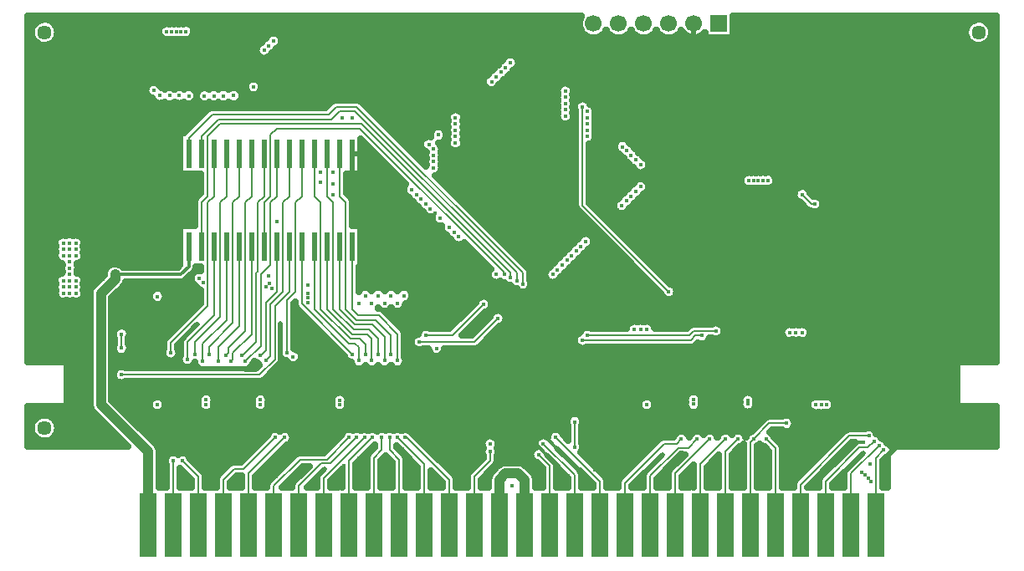
<source format=gbr>
G04 DipTrace 4.0.0.4*
G04 4 - Bottom.gbr*
%MOIN*%
G04 #@! TF.FileFunction,Copper,L4,Bot*
G04 #@! TF.Part,Single*
G04 #@! TA.AperFunction,Conductor*
%ADD15C,0.007874*%
%ADD16C,0.011811*%
G04 #@! TA.AperFunction,CopperBalancing*
%ADD17C,0.019685*%
G04 #@! TA.AperFunction,Conductor*
%ADD18C,0.03937*%
G04 #@! TA.AperFunction,CopperBalancing*
%ADD19C,0.025*%
%ADD23R,0.070866X0.255906*%
G04 #@! TA.AperFunction,ComponentPad*
%ADD24R,0.066929X0.066929*%
%ADD26C,0.066929*%
%ADD32R,0.023622X0.11811*%
G04 #@! TA.AperFunction,ComponentPad*
%ADD36C,0.057165*%
G04 #@! TA.AperFunction,ViaPad*
%ADD39C,0.017717*%
%FSLAX26Y26*%
G04*
G70*
G90*
G75*
G01*
G04 Bottom*
%LPD*%
X2212450Y549951D2*
D15*
Y743701D1*
X2274950Y806201D1*
Y843701D1*
X724950Y1181201D2*
D18*
Y1156201D1*
Y1131201D1*
Y1106201D1*
Y1081201D1*
Y1056201D1*
Y1031201D1*
X912450Y843701D1*
Y768701D1*
D16*
X918701D1*
X912450Y762450D1*
D18*
Y549951D1*
X781201Y1549951D2*
D16*
X1043701D1*
X1074951Y1581202D1*
Y1661787D1*
X724950Y1056201D2*
D18*
D3*
Y1081201D2*
D3*
Y1106201D2*
D3*
Y1131201D2*
D3*
Y1156201D2*
D3*
Y1181201D2*
Y1474950D1*
X781201Y1549951D2*
Y1531201D1*
X724950Y1474950D1*
X2312450Y549951D2*
Y731199D1*
X2337451Y756201D1*
X2387451D1*
X2412450Y731202D1*
Y549951D1*
X2612450D2*
D15*
Y749951D1*
X2487462Y874940D1*
X2612450Y862451D2*
Y962451D1*
X1465576Y1237450D2*
Y1446827D1*
X1499950Y1481201D1*
Y1837450D1*
X1524951Y1862451D1*
Y2031866D1*
X1099950Y1231176D2*
Y1281201D1*
X1199950Y1381201D1*
Y1837450D1*
X1224951Y1862451D1*
Y2031866D1*
X1068701Y1211678D2*
Y1281201D1*
X1174951Y1387451D1*
Y1661787D1*
X1112450Y549951D2*
Y743701D1*
X1049950Y806201D1*
X1003076Y1237451D2*
Y1278076D1*
X1149950Y1424950D1*
Y1837450D1*
X1174951Y1862451D1*
Y2031866D1*
X1212450Y549951D2*
Y731199D1*
X1256201Y774950D1*
X1293701D1*
X1418701Y899950D1*
X1312450Y549951D2*
Y756199D1*
X1456201Y899950D1*
X1381201Y1206201D2*
X1399950Y1224950D1*
Y1431201D1*
X1449950Y1481201D1*
Y1837450D1*
X1474951Y1862451D1*
Y2031866D1*
X1357882Y1226673D2*
X1358604Y1225951D1*
X1381201Y1248549D1*
Y1437450D1*
X1424951Y1481201D1*
Y1661787D1*
X1299951Y1203076D2*
X1362450Y1265575D1*
Y1549950D1*
X1399950Y1587450D1*
Y1837450D1*
X1424951Y1862451D1*
Y2031866D1*
X1286444Y1227991D2*
Y1223944D1*
X1343701Y1281201D1*
Y1556201D1*
X1349950Y1562450D1*
Y1837450D1*
X1374951Y1862451D1*
Y2031866D1*
X1242092Y1204592D2*
X1249950Y1212450D1*
Y1237450D1*
X1324951Y1312451D1*
Y1661787D1*
X1222407Y1228618D2*
X1231201Y1237412D1*
Y1256201D1*
X1299950Y1324950D1*
Y1837450D1*
X1324951Y1862451D1*
Y2031866D1*
X1191228Y1204060D2*
Y1259979D1*
X1274951Y1343702D1*
Y1661787D1*
X1156201Y1231175D2*
Y1262451D1*
X1249950Y1356201D1*
Y1837450D1*
X1274951Y1862451D1*
Y2031866D1*
X1129890Y1203533D2*
Y1273640D1*
X1224951Y1368702D1*
Y1661787D1*
X2112450Y549951D2*
Y731201D1*
X1943701Y899950D1*
X1937450D1*
X1906365Y1206054D2*
Y1312287D1*
X1831201Y1387451D1*
X1749950D1*
X1724951Y1412450D1*
Y1661787D1*
X2012450Y549951D2*
Y793702D1*
X1906201Y899951D1*
X1880774Y1231054D2*
Y1306627D1*
X1818701Y1368701D1*
X1743701D1*
X1699950Y1412451D1*
Y1837451D1*
X1674951Y1862450D1*
Y2031866D1*
X1912450Y549951D2*
Y812451D1*
X1874950Y849951D1*
Y899950D1*
X1855184Y1206054D2*
Y1300969D1*
X1806201Y1349951D1*
X1737450D1*
X1674951Y1412450D1*
Y1661787D1*
X1812450Y549951D2*
Y818699D1*
X1843701Y849950D1*
Y899950D1*
X1829593Y1231054D2*
Y1295308D1*
X1793701Y1331201D1*
X1731201D1*
X1649950Y1412451D1*
Y1837451D1*
X1624951Y1862450D1*
Y2031866D1*
X1712450Y549951D2*
Y806199D1*
X1806201Y899950D1*
X1804003Y1206054D2*
Y1295900D1*
X1787451Y1312451D1*
X1724950D1*
X1624951Y1412450D1*
Y1661787D1*
X1612450Y549951D2*
Y737450D1*
X1774950Y899950D1*
X1778412Y1231054D2*
Y1271490D1*
X1756201Y1293701D1*
X1718701D1*
X1599950Y1412451D1*
Y1837451D1*
X1574951Y1862450D1*
Y2031866D1*
X1512450Y549951D2*
Y706199D1*
X1603076Y796825D1*
X1640576D1*
X1743701Y899950D1*
X1752822Y1206054D2*
Y1259580D1*
X1737451Y1274950D1*
X1712451D1*
X1574951Y1412450D1*
Y1661787D1*
X1412450Y549951D2*
Y706199D1*
X1518702Y812451D1*
X1624951D1*
X1712450Y899950D1*
X1727231Y1231054D2*
Y1232046D1*
X1524951Y1434325D1*
Y1661787D1*
X2018701Y1306201D2*
X2124950D1*
X2249950Y1431201D1*
X1124951Y2031866D2*
Y2099951D1*
X1193701Y2168701D1*
X1643702D1*
X1674951Y2199950D1*
X1737451D1*
X2381201Y1556201D1*
Y1524950D1*
X1074951Y2031866D2*
Y2093702D1*
X1168701Y2187451D1*
X1631202D1*
X1662451Y2218701D1*
X1743701D1*
X2406201Y1556201D1*
Y1512451D1*
X806201Y1312451D2*
Y1256201D1*
X949950Y1331201D2*
D16*
Y1256201D1*
X1031450Y1174701D1*
X1085139D1*
D17*
X1203037Y1174776D1*
X1337626D1*
X1341493Y1170908D1*
X1300617D1*
X2862451Y706201D2*
Y731202D1*
X2962450Y831201D1*
X2549950Y774950D2*
Y781201D1*
X2499950Y831201D1*
D16*
X2431201Y899950D1*
X2412451D1*
X3662451Y706201D2*
D17*
Y737451D1*
X3762451Y837451D1*
X3562451Y706201D2*
D16*
Y712451D1*
X3731201Y881201D1*
X3762451D1*
X2662451Y706201D2*
D17*
Y737450D1*
X2540576Y859325D1*
X2412451Y949951D2*
D16*
X2449950D1*
X2540576Y859325D1*
X3943701Y893701D2*
D17*
X3924951D1*
X3853076Y821825D1*
Y812451D1*
X1440576Y1353076D2*
Y1203076D1*
D16*
X1468701Y1174951D1*
X1109325Y1349951D2*
D17*
X1106201D1*
X1042138Y1285888D1*
X1562451Y706201D2*
D16*
Y721825D1*
D17*
X1615576Y774950D1*
X1012450Y549951D2*
D15*
Y806199D1*
X2712450Y549951D2*
Y724950D1*
X2537450Y899950D1*
X2987008Y1481644D2*
X2643701Y1824951D1*
Y2218701D1*
X2512450Y549951D2*
Y787451D1*
X2468701Y831201D1*
X3112450Y549951D2*
Y793699D1*
X3212451Y893701D1*
X3174950Y1324951D2*
X3087451D1*
X3068701Y1306201D1*
X2662451D1*
X3212450Y549951D2*
Y843699D1*
X3262451Y893701D1*
X3118701Y1306201D2*
X3093701D1*
X3074951Y1287451D1*
X2643701D1*
X3312450Y549951D2*
Y881201D1*
X3324950Y893701D1*
X3387450Y956201D1*
X3456201D1*
X3412450Y549951D2*
Y856201D1*
X3374950Y893701D1*
X3518701Y1868701D2*
X3556201Y1831201D1*
X3568701D1*
X2812450Y549951D2*
Y718701D1*
X2968701Y874951D1*
X3018702D1*
X3037451Y893701D1*
X2912450Y549951D2*
Y746825D1*
X3024950Y859325D1*
X3065575D1*
X3099950Y893701D1*
X3012450Y549951D2*
Y756201D1*
X3149950Y893701D1*
X3812450Y549951D2*
Y818699D1*
X3843701Y849950D1*
X3712450Y549951D2*
Y756201D1*
X3824950Y868701D1*
X3612450Y549951D2*
Y724950D1*
X3747190Y859690D1*
X3778672D1*
X3804471Y885490D1*
X3512450Y549951D2*
Y712450D1*
X3706201Y906201D1*
X3784201D1*
X1993701Y1281201D2*
X2212453D1*
X2306202Y1374950D1*
X1474951Y1661787D2*
Y1481201D1*
X1418701Y1424950D1*
Y1212450D1*
X1356201Y1149950D1*
X806201D1*
X1374951Y1661787D2*
Y1837453D1*
X1399950Y1862451D1*
Y2106201D1*
X1424950Y2131201D1*
X1756201D1*
X2331201Y1556201D1*
Y1549951D1*
X1124951Y1661787D2*
Y1837451D1*
X1149950Y1862450D1*
Y2099951D1*
X1199950Y2149951D1*
X1762450D1*
X2356201Y1556201D1*
Y1537451D1*
D39*
X2274950Y843701D3*
X1143667Y1031201D3*
X724950D3*
X1360202D3*
X1143667D3*
X1676050D3*
X1360202D3*
X3615453D3*
X3301969Y1033219D3*
X2899950Y1031201D3*
X949951D3*
X724950D3*
X3085433Y1032907D3*
X3615453Y1031201D3*
X2487462Y874940D3*
X2612450Y862451D3*
Y962451D3*
X1406201Y1493701D3*
X935157Y2283631D3*
X1465576Y1237450D3*
X1099950Y1231176D3*
X1068701Y1211678D3*
X1049950Y806201D3*
X1003076Y1237451D3*
X1393701Y1543701D3*
X1332579Y2298572D3*
X1418701Y899950D3*
X1456201D3*
X1381201Y1206201D3*
X1357882Y1226673D3*
X1299951Y1203076D3*
X1286444Y1227991D3*
X1242092Y1204592D3*
X1222407Y1228618D3*
X1191228Y1204060D3*
X1156201Y1231175D3*
X1129890Y1203533D3*
X1253839Y2263030D3*
X1937450Y899950D3*
X1212450Y2262450D3*
X1906201Y899951D3*
X1175098Y2262451D3*
X1874950Y899950D3*
X1137450Y2262451D3*
X1843701Y899950D3*
X1074950Y2262450D3*
X1806201Y899950D3*
X1037449Y2263304D3*
X1774950Y899950D3*
X998073Y2262916D3*
X1743701Y899950D3*
X958563Y2263353D3*
X1712450Y899950D3*
X2018701Y1306201D3*
X2249950Y1431201D3*
X2381201Y1524950D3*
X2406201Y1512451D3*
X806201Y1312451D3*
Y1256201D3*
X1012450Y806199D3*
X2274951Y874951D3*
X2537450Y899950D3*
D3*
X2987008Y1481644D3*
X2643701Y2218701D3*
X2468701Y831201D3*
X3212451Y893701D3*
X3174950Y1324951D3*
X2662451Y1306201D3*
X3262451Y893701D3*
X3118701Y1306201D3*
X2643701Y1287451D3*
X3324950Y893701D3*
X3456201Y956201D3*
X3374950Y893701D3*
X3518701Y1868701D3*
X3568701Y1831201D3*
X3037451Y893701D3*
X3099950D3*
X3149950D3*
X3843701Y849950D3*
X3824950Y868701D3*
X3804471Y885490D3*
X3784201Y906201D3*
X2061861Y1255610D3*
X2068999Y2106201D3*
X1993701Y1281201D3*
X2306202Y1374950D3*
X806201Y1149950D3*
X2331201Y1549951D3*
X2356201Y1537451D3*
X949950Y1331201D3*
X1931955Y1465651D3*
X1906365Y1434400D3*
X1880774Y1465651D3*
X1855184Y1434400D3*
X1829593Y1465651D3*
X1804003Y1434400D3*
X1778412Y1465651D3*
X1752822Y1434400D3*
X1068701Y1487451D3*
X1085139Y1174701D3*
X1727231Y1231054D3*
X1752822Y1206054D3*
X1778412Y1231054D3*
X1804003Y1206054D3*
X1829593Y1231054D3*
X1855184Y1206054D3*
X1880774Y1231054D3*
X1906365Y1206054D3*
X962451Y2468701D3*
X1203037Y1174776D3*
X1300617Y1170908D3*
X1468701Y1174951D3*
X1199950Y2518701D3*
X1299950D3*
X1562451Y1218701D3*
X1543701Y1337450D3*
X1643701Y2318701D3*
X1756201D3*
X1862451D3*
X949951Y1462450D3*
X1549951Y1474951D3*
X1115576Y1534325D3*
X599950Y1649951D3*
X2106201Y2468701D3*
X1687451Y2174950D3*
X2012451Y2049950D3*
X2168701Y2206201D3*
X2262451Y2299950D3*
X2031201Y2068701D3*
X2137451Y2174950D3*
X2281201Y2318701D3*
X2556201Y2299950D3*
X2574950Y2281201D3*
X2662451Y2199950D3*
X2687451Y2174950D3*
X2782769Y2080348D3*
X2803076Y2059325D3*
X3031201Y1924950D3*
X2799950Y1824950D3*
X2781201Y1806201D3*
X2687451Y1712451D3*
X2656201Y1681201D3*
X2524950Y1549950D3*
X2499950Y1524950D3*
X2299950Y1549950D3*
X2274950Y1574950D3*
X2181201Y1668701D3*
X2149951Y1699950D3*
X2056201Y1793701D3*
X2037451Y1812451D3*
X2224951Y1353428D3*
X3306201Y1924950D3*
X2899950Y1331201D3*
X3518701Y1318701D3*
X3649950Y1987451D3*
X4056201Y2037451D3*
X2687451Y1374950D3*
X2824950Y1512451D3*
X2899950Y1468701D3*
X2956201Y1649951D3*
X2112451Y1212451D3*
X2037451Y1468701D3*
X1887451Y1643701D3*
X1718701Y1943701D3*
Y1806201D3*
X1799950Y2006201D3*
X1856201Y1918701D3*
X3774950Y1693701D3*
X3418701Y1481201D3*
X3606201Y1593701D3*
X3456201Y824950D3*
X2362451Y799950D3*
X787450Y874951D3*
X2412451Y799950D3*
Y974951D3*
X3668701Y1312450D3*
X618701Y943701D3*
X2462451Y799950D3*
X906202Y912451D3*
X3853076Y709325D3*
X2412451Y949951D3*
X706201Y943701D3*
X2412451Y924950D3*
X618701Y1093701D3*
X2412451Y899950D3*
X943701Y949951D3*
X2412451Y874950D3*
X456201Y1196826D3*
X2412451Y849950D3*
X456201Y1384326D3*
X2412451Y824950D3*
X449951Y1584326D3*
X599950Y1624951D3*
X456201Y1784326D3*
X943701Y874951D3*
X599950Y1599951D3*
X456201Y1984326D3*
X906202Y987451D3*
X599950Y1574951D3*
X456201Y2184326D3*
X599950Y1549951D3*
X981201Y987451D3*
X599950Y1524951D3*
X456201Y2384326D3*
X599950Y1499950D3*
X981201Y912451D3*
X599950Y1674950D3*
X456201Y2571826D3*
X724950Y1474950D3*
X981201Y837450D3*
X724950Y1449950D3*
X643701Y2581201D3*
X724950Y1424950D3*
X843701Y2581201D3*
X868701Y949951D3*
X724950Y1399950D3*
X643701Y2393701D3*
X724950Y1374950D3*
X643701Y2193701D3*
X831201Y987451D3*
X724950Y1349951D3*
X774950Y1224950D3*
X781201Y1549951D3*
X743701Y1493701D3*
X762451Y1512451D3*
X781201Y1531201D3*
X687451Y1306201D3*
X1043701Y1506201D3*
X1424950Y1762451D3*
X1599950Y1956201D3*
Y1918701D3*
X1649951Y1956201D3*
Y1912451D3*
Y1868701D3*
X1718701D3*
X1787451Y1862451D3*
Y1937451D3*
X1037450Y2468701D3*
X1199950Y2456201D3*
X1062451Y2518701D3*
X2018701Y1831201D3*
X1999950Y1849950D3*
X1243701Y2456201D3*
X1374951Y2443701D3*
X1393701Y2462451D3*
X1412451Y2481201D3*
X1043701Y2518701D3*
X1024950D3*
X1724950Y2174950D3*
X1699950Y2318701D3*
X1812451D3*
X1981201Y1868701D3*
X1962451Y1887451D3*
X2131201Y1718701D3*
X2112451Y1737451D3*
X2074951Y1774950D3*
X2543701Y1568701D3*
X2562451Y1587451D3*
X2581201Y1606201D3*
X2599950Y1624951D3*
X2618701Y1643701D3*
X2637451Y1662451D3*
X2818701Y1843701D3*
X2837451Y1862451D3*
X2856201Y1881201D3*
X2874950Y1899950D3*
X2799950Y1824950D3*
X2818701Y2043701D3*
X2837451Y2024950D3*
X2856201Y2006201D3*
X2874950Y1987451D3*
X2662451Y2174950D3*
Y2149951D3*
Y2124951D3*
Y2099951D3*
X2574951Y2256199D3*
Y2231201D3*
Y2206201D3*
Y2181201D3*
X2299950Y2337451D3*
X2318701Y2356201D3*
X2337450Y2374951D3*
X2356201Y2393701D3*
X2049950Y2049949D3*
Y2024950D3*
Y1999950D3*
Y1974950D3*
X3324950Y1924950D3*
X3343701D3*
X3362451D3*
X3381201D3*
X3681199Y2018701D3*
X3618701Y1956201D3*
X3587451Y1924950D3*
X3649948Y1924953D3*
X3681197Y1956201D3*
X3618698Y1893701D3*
X3587451Y1862450D3*
X3649950Y1862451D3*
X3681201Y1893701D3*
X4124950Y1974950D3*
X4187450Y1912451D3*
X3306201Y2043701D3*
X3331201Y1874950D3*
X3387451Y1718701D3*
X3493701Y1831201D3*
X3406201Y1943701D3*
X3199950Y2112451D3*
X3418701Y2043701D3*
X3531201D3*
X3637451D3*
X3531201Y1931201D3*
X3793701Y724950D3*
X3474950Y1987451D3*
X3581201D3*
X3337450Y837451D3*
X3493701Y1318701D3*
X3468701D3*
X2874950Y1331201D3*
X2849950D3*
X3224950Y1724950D3*
X3168701Y1668701D3*
X3112451Y1612451D3*
X3056201Y1556201D3*
X2974950D3*
X3031201Y1612451D3*
X3081201Y1668701D3*
X2893701Y1543701D3*
X2843701Y1681201D3*
X2787451Y1624951D3*
X2649951Y1493701D3*
X2712451Y1556201D3*
X2768701Y1331201D3*
X2924950Y1574950D3*
X2768701Y1418701D3*
X2574950D3*
X3093701Y1968701D3*
Y1881201D3*
X2968701Y1943701D3*
X2899950D3*
X3024950Y1993701D3*
Y1881201D3*
X3012451Y2181201D3*
X3199950D3*
X3106201D3*
X1499950Y899950D3*
X1568701D3*
X1631201D3*
X1687451Y924950D3*
X1499950Y974950D3*
X1568701D3*
X1631201D3*
X1687451Y993701D3*
X1512451Y1074950D3*
X1562451D3*
Y1137451D3*
X1490576Y1221825D3*
X2174950Y1074950D3*
X2237450D3*
X2112451Y1137451D3*
X2012451D3*
X1949950Y1074950D3*
X2012451D3*
Y1199950D3*
Y1256201D3*
X1987451Y1362451D3*
Y1412451D3*
Y1456201D3*
Y1506201D3*
X2037451Y1418701D3*
Y1374950D3*
X1968701Y981201D3*
X1974950Y906201D3*
X2199951Y849951D3*
X2143699Y849950D3*
X2087451D3*
Y793701D3*
X2031201Y849950D3*
Y906201D3*
X2087451D3*
X2143702D3*
X2199951D3*
X2256201D3*
X2143702Y793701D3*
Y731201D3*
X2199951Y793701D3*
X2187451Y731201D3*
X2249950Y993701D3*
X2362451Y706201D3*
X2462451D3*
X2499950Y831201D3*
X2549950Y774950D3*
X2540576Y859325D3*
X2574950Y968701D3*
Y918701D3*
X1662451Y1218701D3*
X1293701Y2287451D3*
Y2249951D3*
X1324951Y2268701D3*
X3024950Y1343701D3*
X2968701D3*
X3143701D3*
X3237451D3*
X3356201D3*
X3418701D3*
X2968701Y1149950D3*
X3024950D3*
X3143701D3*
X3243701D3*
X3356201D3*
X3410403Y1150678D3*
X3899951Y1443701D3*
X3883774Y1199483D3*
X456201Y865575D3*
Y1003076D3*
X618699Y1012451D3*
Y1168701D3*
X618701Y874950D3*
X543701Y2093701D3*
Y2293701D3*
Y2493701D3*
X743701D3*
X543701Y1518701D3*
Y1293701D3*
X4281201Y2568701D3*
X4243701Y2343701D3*
Y2143701D3*
Y1943701D3*
Y1743701D3*
Y1543701D3*
Y1393701D3*
Y1193701D3*
X4043701D3*
Y993701D3*
X4243701D3*
X4143701Y893701D3*
X3943701Y1093701D3*
X4143701Y1293701D3*
Y1593701D3*
X4043701Y1493701D3*
X3943701Y1393701D3*
Y1537451D3*
X3793701Y1293701D3*
X3493701Y1243701D3*
X3393701D3*
X3293701Y1193701D3*
X3093701D3*
X2893701D3*
X2693701D3*
X2493701D3*
X2393701Y1293701D3*
X2593701Y1093701D3*
X2793701D3*
X2693701Y993701D3*
X2893701D3*
X4143701Y2443701D3*
X4043701Y2543701D3*
X3843701D3*
X3643701D3*
X3443701D3*
X3243701D3*
X3943701Y2443701D3*
X3743701D3*
X3543701D3*
X3343701D3*
X3143701D3*
X2943701D3*
X3043701Y2343701D3*
X3243701D3*
X3443701D3*
X3643701D3*
X3843701D3*
X4043701D3*
X3943701Y2243701D3*
X4143701D3*
X3743701D3*
X3543701D3*
X3343701D3*
X4043701Y2143701D3*
X4143701Y2043701D3*
X3843701Y2143701D3*
X3643701D3*
X3443701D3*
X743701Y2293701D3*
Y2093701D3*
X843701Y2193701D3*
Y1993701D3*
X743701Y1893701D3*
X3343701Y743701D3*
X3393701Y843701D3*
X2393701Y2343701D3*
X2293701Y2243701D3*
X2193701Y2143701D3*
X2293701Y2043701D3*
X2393701Y1943701D3*
Y2143701D3*
X2493701Y2243701D3*
X2193701Y1943701D3*
X2293701Y1843701D3*
X2493701Y2043701D3*
X2137451Y2149951D3*
Y2124951D3*
Y2099951D3*
X2593701Y2143701D3*
X2693701Y2043701D3*
X2593701Y1943701D3*
X2493701Y1843701D3*
X2393701Y1743701D3*
X2493701Y1643701D3*
X2593701Y1743701D3*
X2693701Y1843701D3*
X2793701Y1943701D3*
X2193701Y2043701D3*
X2293701Y2143701D3*
X2393701Y2243701D3*
X2493701Y2143701D3*
X2393701Y2043701D3*
X2293701Y1943701D3*
X2393701Y1843701D3*
X2493701Y1943701D3*
X2593701Y2043701D3*
X2693701Y1943701D3*
X2593701Y1843701D3*
X2493701Y1743701D3*
X2393701Y1643701D3*
X2293701Y1743701D3*
X2193701Y1843701D3*
X2068701Y1937451D3*
X2443701Y1493701D3*
X2493701Y1543701D3*
X2137451Y2074951D3*
Y2174950D3*
X1406201Y2412450D3*
X1399951Y2343701D3*
X1437451Y2468701D3*
X1462450Y2412450D3*
X724950Y1056201D3*
X1506201Y2468701D3*
X724950Y1081201D3*
Y1106201D3*
Y1131201D3*
Y1156201D3*
Y1181201D3*
X1143701Y1049950D3*
X1359941Y1049623D3*
X1676354Y1048314D3*
X3085344Y1050559D3*
X3301756Y1047865D3*
X3594298Y1030560D3*
X3573911Y1030735D3*
X3943701Y893701D3*
X4043701Y1393701D3*
X1956201Y1437451D3*
X1987451Y1549950D3*
X2412450Y2581201D3*
X2218701D3*
X2593701D3*
X2412451Y2493701D3*
X2299951Y2531201D3*
X2487451Y2549950D3*
X774950Y1449950D3*
Y1374950D3*
Y1312451D3*
X868701Y1199950D3*
X968701D3*
X774950Y1074950D3*
X868701D3*
X2587451Y2456201D3*
X2693701Y2418701D3*
X2824950D3*
X2718701Y2324950D3*
X2787451Y2249950D3*
X2818701Y2212451D3*
X2912451Y2343701D3*
X2637451Y2393701D3*
X843701Y1518701D3*
X924950D3*
X1140576Y956201D3*
X1253076D3*
X1365576D3*
X1140576Y818701D3*
X1203076Y753076D3*
X1159325Y709325D3*
X1034325Y771825D3*
X1074950Y706201D3*
X981201Y724950D3*
X1018701Y949951D3*
X1253076Y893701D3*
X1140576D3*
X1365576D3*
X1362450Y709325D3*
X1262451D3*
X1462451D3*
X1562451Y706201D3*
X1662451D3*
X1762451D3*
X1862451D3*
X1962451D3*
X2062451D3*
X2262451D3*
X2562451D3*
X2662451D3*
X2762451D3*
X2862451D3*
X2962451D3*
X3062451D3*
X3162451D3*
X3262451D3*
X3362451D3*
X3462451D3*
X3562451D3*
X3662451D3*
X3756201Y762451D3*
X2162451Y706201D3*
X1421825Y743701D3*
X1521825Y759325D3*
X1615576Y774950D3*
X1693701Y787451D3*
X1753076Y818701D3*
X1859325Y831201D3*
X1924950Y853076D3*
X2359325Y896825D3*
X2296825Y803076D3*
X2587451Y746825D3*
X2774951Y884325D3*
X2706201D3*
X2653076Y831201D3*
X2693701Y771825D3*
X2831201Y874950D3*
X2743701Y781201D3*
X2934325Y874950D3*
X2884325D3*
X2849950Y787451D3*
X2787451Y831201D3*
X2962450D3*
X3040576D3*
X3431201Y915576D3*
X3562451D3*
X3478076Y1103076D3*
X3587451Y1243701D3*
X3478076Y993701D3*
X3571825Y828076D3*
X3790576Y793701D3*
X3762451Y837451D3*
Y881201D3*
X2590576Y806201D3*
X3768701Y749950D3*
X3781201Y737451D3*
X1006201Y2518701D3*
X987451D3*
X3853076Y759325D3*
Y812451D3*
X1549950Y1509325D3*
X1499950Y1443701D3*
X1109325Y1349951D3*
X1440576Y1353076D3*
Y1328076D3*
X1084325D3*
X1131201Y1518701D3*
X1396825Y1515576D3*
X1381201Y1499950D3*
X1549950Y1456201D3*
Y1437451D3*
X3081201Y962451D3*
X3193701D3*
X3306201D3*
X574950Y1674950D3*
X624950D3*
X574950Y1649951D3*
X624950D3*
Y1624951D3*
X574950D3*
Y1524951D3*
X624950D3*
Y1499950D3*
X574950D3*
Y1474950D3*
X599950D3*
X624950D3*
X731201Y1531201D3*
X634325Y1424950D3*
X690576Y1631201D3*
X4006201Y1740576D3*
X3587451Y1737451D3*
X3368701Y1521825D3*
X2359326Y993701D3*
X434694Y2554757D2*
D19*
X464412D1*
X535493D2*
X2629018D1*
X3246094D2*
X4186284D1*
X4257365D2*
X4289720D1*
X434694Y2529888D2*
X448228D1*
X551659D2*
X955469D1*
X1094425D2*
X2632517D1*
X3246094D2*
X4170118D1*
X4273548D2*
X4289720D1*
X434694Y2505020D2*
X447295D1*
X552609D2*
X956546D1*
X1093366D2*
X1389291D1*
X1435612D2*
X2651302D1*
X2723603D2*
X2751293D1*
X2823594D2*
X2851302D1*
X2923603D2*
X2951294D1*
X3023595D2*
X3051303D1*
X3246094D2*
X4169167D1*
X4274481D2*
X4289720D1*
X434694Y2480151D2*
X460411D1*
X539494D2*
X1365105D1*
X1446467D2*
X4182283D1*
X4261366D2*
X4289720D1*
X434694Y2455282D2*
X1343126D1*
X1432902D2*
X4289720D1*
X434694Y2430413D2*
X1343862D1*
X1406043D2*
X4289720D1*
X434694Y2405545D2*
X2324487D1*
X2387924D2*
X4289720D1*
X434694Y2380676D2*
X2296318D1*
X2387422D2*
X4289720D1*
X434694Y2355807D2*
X2271809D1*
X2364994D2*
X4289720D1*
X434694Y2330938D2*
X2249650D1*
X2340073D2*
X4289720D1*
X434694Y2306070D2*
X910506D1*
X959805D2*
X1299455D1*
X1365709D2*
X2249812D1*
X2312585D2*
X2553069D1*
X2596824D2*
X4289720D1*
X434694Y2281201D2*
X901230D1*
X1282099D2*
X1303761D1*
X1361385D2*
X2540922D1*
X2608971D2*
X4289720D1*
X434694Y2256332D2*
X916876D1*
X1287141D2*
X2540922D1*
X2608989D2*
X4289720D1*
X434694Y2231463D2*
X993381D1*
X1002763D2*
X1066620D1*
X1083265D2*
X1129131D1*
X1145757D2*
X1166791D1*
X1183418D2*
X1204129D1*
X1220773D2*
X1635080D1*
X1771075D2*
X2540922D1*
X2675033D2*
X4289720D1*
X434694Y2206594D2*
X1147719D1*
X1795943D2*
X2540922D1*
X2695775D2*
X4289720D1*
X434694Y2181726D2*
X1122851D1*
X1820810D2*
X2104158D1*
X2170735D2*
X2540922D1*
X2695739D2*
X4289720D1*
X434694Y2156857D2*
X1097983D1*
X1845678D2*
X2104194D1*
X2170717D2*
X2552423D1*
X2597488D2*
X2614592D1*
X2695721D2*
X4289720D1*
X434694Y2131988D2*
X1073115D1*
X1870546D2*
X2048358D1*
X2089637D2*
X2104212D1*
X2170681D2*
X2614592D1*
X2695685D2*
X4289720D1*
X434694Y2107119D2*
X1037967D1*
X1895414D2*
X2034991D1*
X2170663D2*
X2614592D1*
X2695649D2*
X4289720D1*
X434694Y2082251D2*
X1037967D1*
X1920281D2*
X2000237D1*
X2170627D2*
X2614592D1*
X2691038D2*
X2778924D1*
X2827218D2*
X4289720D1*
X434694Y2057382D2*
X1037967D1*
X1761924D2*
X1789884D1*
X1945149D2*
X1999268D1*
X2083088D2*
X2108769D1*
X2166124D2*
X2614592D1*
X2672809D2*
X2769110D1*
X2849610D2*
X4289720D1*
X434694Y2032513D2*
X1037967D1*
X1761924D2*
X1814752D1*
X1970017D2*
X2016834D1*
X2083052D2*
X2614592D1*
X2672809D2*
X2783984D1*
X2876075D2*
X4289720D1*
X434694Y2007644D2*
X1037967D1*
X1761924D2*
X1839620D1*
X1994885D2*
X2016870D1*
X2083034D2*
X2614592D1*
X2672809D2*
X2808600D1*
X2901660D2*
X4289720D1*
X434694Y1982776D2*
X1037967D1*
X1761924D2*
X1864505D1*
X2082998D2*
X2614592D1*
X2672809D2*
X2832607D1*
X2908622D2*
X4289720D1*
X434694Y1957907D2*
X1037967D1*
X1761924D2*
X1889373D1*
X2078979D2*
X2614592D1*
X2672809D2*
X2861440D1*
X2888455D2*
X4289720D1*
X434694Y1933038D2*
X1120841D1*
X1704061D2*
X1914241D1*
X2069488D2*
X2614592D1*
X2672809D2*
X3273229D1*
X3414176D2*
X4289720D1*
X434694Y1908169D2*
X1120841D1*
X1704061D2*
X1936184D1*
X2094356D2*
X2614592D1*
X2672809D2*
X2837361D1*
X2907886D2*
X3277014D1*
X3410390D2*
X4289720D1*
X434694Y1883301D2*
X1120841D1*
X1704061D2*
X1928702D1*
X2119223D2*
X2614592D1*
X2672809D2*
X2811292D1*
X2904226D2*
X3488265D1*
X3549154D2*
X4289720D1*
X434694Y1858432D2*
X1105806D1*
X1719097D2*
X1947631D1*
X2144091D2*
X2614592D1*
X2672809D2*
X2788326D1*
X2880506D2*
X3486399D1*
X3587084D2*
X4289720D1*
X434694Y1833563D2*
X1095848D1*
X1729055D2*
X1970507D1*
X2168959D2*
X2614592D1*
X2675213D2*
X2767118D1*
X2852588D2*
X3513707D1*
X3602640D2*
X4289720D1*
X434694Y1808694D2*
X1095848D1*
X1729055D2*
X1994119D1*
X2193844D2*
X2620137D1*
X2700081D2*
X2770437D1*
X2829461D2*
X3539507D1*
X3593274D2*
X4289720D1*
X434694Y1783825D2*
X1095848D1*
X1729055D2*
X2021732D1*
X2218712D2*
X2644699D1*
X2724948D2*
X4289720D1*
X434694Y1758957D2*
X1095848D1*
X1729055D2*
X2045272D1*
X2243580D2*
X2669567D1*
X2749816D2*
X4289720D1*
X434694Y1734088D2*
X1037967D1*
X1761924D2*
X2078608D1*
X2268448D2*
X2694435D1*
X2774702D2*
X4289720D1*
X434694Y1709219D2*
X1037967D1*
X1761924D2*
X2095922D1*
X2293315D2*
X2639245D1*
X2673167D2*
X2719302D1*
X2799570D2*
X4289720D1*
X434694Y1684350D2*
X542352D1*
X657553D2*
X1037967D1*
X1761924D2*
X2120054D1*
X2318183D2*
X2612260D1*
X2690069D2*
X2744170D1*
X2824437D2*
X4289720D1*
X434694Y1659482D2*
X542388D1*
X657499D2*
X1037967D1*
X1761924D2*
X2187786D1*
X2343051D2*
X2588899D1*
X2681564D2*
X2769038D1*
X2849305D2*
X4289720D1*
X434694Y1634613D2*
X542442D1*
X657463D2*
X1037967D1*
X1761924D2*
X2212654D1*
X2367919D2*
X2565036D1*
X2654759D2*
X2793906D1*
X2874173D2*
X4289720D1*
X434694Y1609744D2*
X544828D1*
X655077D2*
X1037967D1*
X1761924D2*
X2237521D1*
X2392786D2*
X2537657D1*
X2630071D2*
X2818773D1*
X2899041D2*
X4289720D1*
X434694Y1584875D2*
X567525D1*
X632380D2*
X754733D1*
X807674D2*
X1035706D1*
X1761924D2*
X2262389D1*
X2417654D2*
X2514135D1*
X2606925D2*
X2843641D1*
X2923908D2*
X4289720D1*
X434694Y1560007D2*
X567561D1*
X632326D2*
X737562D1*
X1754066D2*
X2267574D1*
X2435040D2*
X2492568D1*
X2580479D2*
X2868509D1*
X2948776D2*
X4289720D1*
X434694Y1535138D2*
X542604D1*
X657284D2*
X722742D1*
X1754066D2*
X2269620D1*
X2435309D2*
X2494614D1*
X2555288D2*
X2893377D1*
X2973644D2*
X4289720D1*
X434694Y1510269D2*
X542657D1*
X657248D2*
X697874D1*
X820521D2*
X1092690D1*
X1754066D2*
X2337728D1*
X2440154D2*
X2918262D1*
X3002728D2*
X4289720D1*
X434694Y1485400D2*
X542711D1*
X657194D2*
X681404D1*
X797806D2*
X925829D1*
X974069D2*
X1120841D1*
X1959036D2*
X2387499D1*
X2424903D2*
X2943130D1*
X3020813D2*
X4289720D1*
X434694Y1460531D2*
X544416D1*
X655489D2*
X680094D1*
X772938D2*
X915979D1*
X983919D2*
X1120841D1*
X1965567D2*
X2235889D1*
X2264016D2*
X2961090D1*
X3012919D2*
X4289720D1*
X434694Y1435663D2*
X680094D1*
X769798D2*
X930817D1*
X969081D2*
X1120536D1*
X1944198D2*
X2214286D1*
X2283663D2*
X4289720D1*
X434694Y1410794D2*
X680094D1*
X769798D2*
X1095669D1*
X1494677D2*
X1508355D1*
X1929773D2*
X2189419D1*
X2276486D2*
X4289720D1*
X434694Y1385925D2*
X680094D1*
X769798D2*
X1070801D1*
X1494677D2*
X1533222D1*
X1872860D2*
X2164551D1*
X2244800D2*
X2274141D1*
X2338260D2*
X4289720D1*
X434694Y1361056D2*
X680094D1*
X769798D2*
X1045933D1*
X1494677D2*
X1558090D1*
X1897728D2*
X2139683D1*
X2219932D2*
X2252180D1*
X2337004D2*
X2837308D1*
X2912587D2*
X4289720D1*
X434694Y1336188D2*
X680094D1*
X769798D2*
X782956D1*
X829456D2*
X1021065D1*
X1494677D2*
X1582958D1*
X1922596D2*
X2006463D1*
X2030948D2*
X2114815D1*
X2195065D2*
X2227312D1*
X2307561D2*
X2650207D1*
X2674693D2*
X2816315D1*
X2933579D2*
X3058552D1*
X3206909D2*
X3439965D1*
X3547432D2*
X4289720D1*
X434694Y1311319D2*
X680094D1*
X840203D2*
X996198D1*
X1494677D2*
X1607826D1*
X1935478D2*
X1981882D1*
X2170197D2*
X2202445D1*
X2282694D2*
X2620603D1*
X3205886D2*
X3435551D1*
X3551846D2*
X4289720D1*
X434694Y1286450D2*
X680094D1*
X835305D2*
X975313D1*
X1494677D2*
X1632693D1*
X1935478D2*
X1960119D1*
X2257826D2*
X2609694D1*
X3145780D2*
X4289720D1*
X434694Y1261581D2*
X680094D1*
X839773D2*
X973967D1*
X1494677D2*
X1657561D1*
X1935478D2*
X1966524D1*
X2232922D2*
X2623187D1*
X3083665D2*
X4289720D1*
X434694Y1236713D2*
X680094D1*
X833493D2*
X969051D1*
X1520872D2*
X1682429D1*
X1935478D2*
X2034130D1*
X2089601D2*
X4289720D1*
X434694Y1211844D2*
X680094D1*
X769798D2*
X982185D1*
X1522990D2*
X1699725D1*
X1939856D2*
X4289720D1*
X592172Y1186975D2*
X680094D1*
X769798D2*
X1046615D1*
X1329556D2*
X1353102D1*
X1433351D2*
X1725221D1*
X1933971D2*
X4132242D1*
X592172Y1162106D2*
X680094D1*
X1408483D2*
X4132242D1*
X592172Y1137238D2*
X680094D1*
X1383615D2*
X4132242D1*
X592172Y1112369D2*
X680094D1*
X769798D2*
X4132242D1*
X592172Y1087500D2*
X680094D1*
X769798D2*
X4132242D1*
X592172Y1062631D2*
X680094D1*
X769798D2*
X944955D1*
X954930D2*
X1112337D1*
X1175074D2*
X1328718D1*
X1391169D2*
X1645755D1*
X1706950D2*
X2894956D1*
X2904933D2*
X3053725D1*
X3116965D2*
X3271399D1*
X3332109D2*
X3610468D1*
X3620454D2*
X4132242D1*
X592172Y1037762D2*
X680094D1*
X780797D2*
X916607D1*
X983291D2*
X1110327D1*
X1177012D2*
X1326870D1*
X1393537D2*
X1642705D1*
X1709390D2*
X2866607D1*
X2933292D2*
X3051787D1*
X3119082D2*
X3268277D1*
X3335661D2*
X3540674D1*
X3648787D2*
X4132242D1*
X434694Y1012894D2*
X684256D1*
X805665D2*
X921774D1*
X978124D2*
X1115495D1*
X1171845D2*
X1332038D1*
X1388370D2*
X1647872D1*
X1704223D2*
X2871774D1*
X2928125D2*
X3058570D1*
X3112300D2*
X3275364D1*
X3328574D2*
X3545410D1*
X3643619D2*
X4289720D1*
X434694Y988025D2*
X489136D1*
X510768D2*
X705733D1*
X830532D2*
X2591501D1*
X2633390D2*
X4289720D1*
X434694Y963156D2*
X453108D1*
X546796D2*
X730601D1*
X855400D2*
X2578421D1*
X2646470D2*
X3354273D1*
X3489461D2*
X4289720D1*
X553704Y938287D2*
X755469D1*
X880268D2*
X2583337D1*
X2641554D2*
X3329405D1*
X3484652D2*
X4289720D1*
X434694Y913419D2*
X452175D1*
X547729D2*
X780336D1*
X905136D2*
X1387694D1*
X1487213D2*
X1681442D1*
X1970358D2*
X2506437D1*
X2568457D2*
X2583337D1*
X2641554D2*
X3010341D1*
X3402047D2*
X3673284D1*
X3821605D2*
X4289720D1*
X434694Y888550D2*
X482103D1*
X517802D2*
X805204D1*
X930003D2*
X1367168D1*
X1488092D2*
X1660916D1*
X1995226D2*
X2243998D1*
X2305893D2*
X2456523D1*
X2641554D2*
X2942179D1*
X3420222D2*
X3648416D1*
X3851945D2*
X4289720D1*
X952305Y863681D2*
X1342301D1*
X1460067D2*
X1636049D1*
X2020093D2*
X2243012D1*
X2306898D2*
X2455518D1*
X2646452D2*
X2917293D1*
X3341564D2*
X3362814D1*
X3440479D2*
X3623548D1*
X957311Y838812D2*
X1317433D1*
X1435199D2*
X1512589D1*
X2044961D2*
X2241307D1*
X2308602D2*
X2435602D1*
X2638719D2*
X2892426D1*
X3247691D2*
X3283348D1*
X3341564D2*
X3383339D1*
X3441556D2*
X3598680D1*
X957311Y813944D2*
X979386D1*
X1083014D2*
X1292565D1*
X1410331D2*
X1480060D1*
X1760328D2*
X1783335D1*
X1847831D2*
X1870821D1*
X2069829D2*
X2242563D1*
X2304063D2*
X2439818D1*
X2663586D2*
X2867558D1*
X3241555D2*
X3283348D1*
X3341564D2*
X3383339D1*
X3441556D2*
X3573813D1*
X957311Y789075D2*
X983351D1*
X1107200D2*
X1230198D1*
X1385446D2*
X1455192D1*
X1741560D2*
X1783335D1*
X1841551D2*
X1883344D1*
X1941561D2*
X1976948D1*
X2094696D2*
X2217695D1*
X2416667D2*
X2470697D1*
X2688454D2*
X2842690D1*
X3147951D2*
X3183339D1*
X3241555D2*
X3283348D1*
X3341564D2*
X3383339D1*
X3441556D2*
X3548945D1*
X3841557D2*
X3856652D1*
X957275Y764206D2*
X983351D1*
X1132067D2*
X1205331D1*
X1360578D2*
X1430325D1*
X1510592D2*
X1530334D1*
X1741560D2*
X1783335D1*
X1841551D2*
X1883344D1*
X1941561D2*
X1983336D1*
X2119582D2*
X2192828D1*
X2441840D2*
X2483346D1*
X2541562D2*
X2558075D1*
X2713322D2*
X2817822D1*
X2969966D2*
X2984576D1*
X3060591D2*
X3083348D1*
X3141564D2*
X3183339D1*
X3241555D2*
X3283348D1*
X3341564D2*
X3383339D1*
X3441556D2*
X3524077D1*
X3841557D2*
X3856652D1*
X957311Y739337D2*
X983351D1*
X1041549D2*
X1076686D1*
X1141559D2*
X1184626D1*
X1260712D2*
X1283343D1*
X1341559D2*
X1405457D1*
X1485724D2*
X1505466D1*
X1654469D2*
X1683344D1*
X1741560D2*
X1783335D1*
X1841551D2*
X1883344D1*
X1941561D2*
X1983336D1*
X2041552D2*
X2064183D1*
X2140287D2*
X2183336D1*
X2248209D2*
X2268382D1*
X2456517D2*
X2483346D1*
X2541562D2*
X2582943D1*
X2641554D2*
X2657941D1*
X2737328D2*
X2792955D1*
X2945098D2*
X2983338D1*
X3041555D2*
X3083348D1*
X3141564D2*
X3183339D1*
X3241555D2*
X3283348D1*
X3341564D2*
X3383339D1*
X3441556D2*
X3499209D1*
X3666962D2*
X3683349D1*
X3841557D2*
X3856652D1*
X957311Y714469D2*
X983351D1*
X1041549D2*
X1083342D1*
X1141559D2*
X1183334D1*
X1241550D2*
X1283343D1*
X1341559D2*
X1384662D1*
X1460856D2*
X1484653D1*
X1560847D2*
X1583335D1*
X1641551D2*
X1683344D1*
X1741560D2*
X1783335D1*
X1841551D2*
X1883344D1*
X1941561D2*
X1983336D1*
X2041552D2*
X2083345D1*
X2141561D2*
X2183336D1*
X2241553D2*
X2267592D1*
X2457306D2*
X2483346D1*
X2541562D2*
X2583337D1*
X2641554D2*
X2682808D1*
X2741563D2*
X2783338D1*
X2848354D2*
X2883347D1*
X2941563D2*
X2983338D1*
X3041555D2*
X3083348D1*
X3141564D2*
X3183339D1*
X3241555D2*
X3283348D1*
X3341564D2*
X3383339D1*
X3441556D2*
X3483420D1*
X3554591D2*
X3583340D1*
X3642094D2*
X3683349D1*
X3841557D2*
X3856652D1*
X1586307Y742427D2*
X1544461Y700575D1*
X1585844D1*
X1585842Y737433D1*
X1670554Y700566D2*
X1646210Y700575D1*
X1639058Y700579D1*
Y726429D1*
X1685842Y773215D1*
Y700568D1*
X3070554Y700566D2*
X3046210Y700575D1*
X3039058Y700580D1*
X3039064Y745186D1*
X3085842Y791959D1*
Y700570D1*
X1831388Y1414058D2*
X1829748Y1416204D1*
X1829438Y1416196D2*
X1827790Y1414056D1*
X980391Y1454236D2*
X977228Y1446637D1*
X972206Y1440116D1*
X965667Y1435117D1*
X958058Y1431981D1*
X949895Y1430921D1*
X941737Y1432010D1*
X934139Y1435173D1*
X927618Y1440196D1*
X922619Y1446734D1*
X919482Y1454344D1*
X918423Y1462506D1*
X919511Y1470665D1*
X922675Y1478263D1*
X927697Y1484784D1*
X934236Y1489783D1*
X941845Y1492919D1*
X950007Y1493979D1*
X958166Y1492890D1*
X965764Y1489727D1*
X972285Y1484705D1*
X977284Y1478166D1*
X980420Y1470556D1*
X981480Y1462450D1*
X980391Y1454236D1*
X2831441Y2072537D2*
X2830409Y2075041D1*
X2825410Y2081580D1*
X2818889Y2086602D1*
X2811291Y2089765D1*
X2803132Y2090854D1*
X2794970Y2089794D1*
X2787360Y2086658D1*
X2780821Y2081659D1*
X2775799Y2075138D1*
X2772636Y2067540D1*
X2771547Y2059381D1*
X2772607Y2051219D1*
X2775743Y2043610D1*
X2780742Y2037071D1*
X2787263Y2032049D1*
X2789853Y2030971D1*
X2790336Y2030489D1*
X2791368Y2027985D1*
X2796367Y2021446D1*
X2802888Y2016424D1*
X2807733Y2014407D1*
X2808162Y2013983D1*
X2810119Y2009234D1*
X2815118Y2002696D1*
X2821639Y1997673D1*
X2826484Y1995656D1*
X2826911Y1995234D1*
X2828868Y1990485D1*
X2833867Y1983946D1*
X2840388Y1978924D1*
X2845233Y1976907D1*
X2845660Y1976484D1*
X2847617Y1971736D1*
X2852616Y1965197D1*
X2859137Y1960175D1*
X2866736Y1957011D1*
X2874894Y1955923D1*
X2883056Y1956982D1*
X2890666Y1960119D1*
X2897205Y1965118D1*
X2902227Y1971639D1*
X2905390Y1979237D1*
X2906479Y1987451D1*
X2905419Y1995558D1*
X2902283Y2003167D1*
X2897284Y2009706D1*
X2890763Y2014728D1*
X2885918Y2016745D1*
X2885491Y2017168D1*
X2883534Y2021917D1*
X2878535Y2028455D1*
X2872014Y2033478D1*
X2867168Y2035495D1*
X2866741Y2035917D1*
X2864784Y2040666D1*
X2859785Y2047205D1*
X2853264Y2052227D1*
X2848419Y2054244D1*
X2847991Y2054668D1*
X2846034Y2059417D1*
X2841035Y2065955D1*
X2834514Y2070978D1*
X2831924Y2072056D1*
X1053431Y2548695D2*
X1059356Y2550077D1*
X1067583Y2549809D1*
X1075459Y2547421D1*
X1082450Y2543076D1*
X1088077Y2537069D1*
X1091958Y2529811D1*
X1093828Y2521796D1*
X1093980Y2518701D1*
X1092891Y2510486D1*
X1089728Y2502888D1*
X1084706Y2496367D1*
X1078167Y2491368D1*
X1070558Y2488232D1*
X1062395Y2487172D1*
X1054237Y2488261D1*
X1053280Y2488659D1*
X1052855Y2488664D1*
X1051807Y2488232D1*
X1043645Y2487172D1*
X1035486Y2488261D1*
X1034529Y2488659D1*
X1034104Y2488664D1*
X1033056Y2488232D1*
X1024894Y2487172D1*
X1016736Y2488261D1*
X1015779Y2488659D1*
X1015355Y2488664D1*
X1014307Y2488232D1*
X1006145Y2487172D1*
X997986Y2488261D1*
X997029Y2488659D1*
X996605Y2488664D1*
X995558Y2488232D1*
X987395Y2487172D1*
X979237Y2488261D1*
X971639Y2491424D1*
X965118Y2496446D1*
X960119Y2502985D1*
X956982Y2510595D1*
X955923Y2518757D1*
X957011Y2526915D1*
X960175Y2534514D1*
X965197Y2541035D1*
X971736Y2546034D1*
X979345Y2549170D1*
X987507Y2550230D1*
X995666Y2549141D1*
X996623Y2548742D1*
X997047Y2548738D1*
X998095Y2549170D1*
X1006257Y2550230D1*
X1014415Y2549141D1*
X1015372Y2548742D1*
X1015796Y2548738D1*
X1016844Y2549170D1*
X1025006Y2550230D1*
X1033165Y2549141D1*
X1034122Y2548742D1*
X1034680Y2548695D1*
X1040606Y2550077D1*
X1048832Y2549809D1*
X1052624Y2548660D1*
X1404245Y2432733D2*
X1402228Y2427888D1*
X1397206Y2421367D1*
X1390667Y2416368D1*
X1383058Y2413232D1*
X1374895Y2412172D1*
X1366737Y2413261D1*
X1359139Y2416424D1*
X1352618Y2421446D1*
X1347619Y2427985D1*
X1344482Y2435595D1*
X1343423Y2443757D1*
X1344511Y2451915D1*
X1347675Y2459514D1*
X1352697Y2466035D1*
X1359236Y2471034D1*
X1363984Y2472991D1*
X1364407Y2473419D1*
X1366424Y2478264D1*
X1371446Y2484785D1*
X1377985Y2489784D1*
X1382734Y2491741D1*
X1383158Y2492168D1*
X1385175Y2497014D1*
X1390197Y2503535D1*
X1396736Y2508534D1*
X1404345Y2511670D1*
X1412507Y2512730D1*
X1420666Y2511641D1*
X1428264Y2508478D1*
X1434785Y2503455D1*
X1439784Y2496917D1*
X1442920Y2489307D1*
X1443980Y2481201D1*
X1442891Y2472986D1*
X1439728Y2465388D1*
X1434706Y2458867D1*
X1428167Y2453868D1*
X1423419Y2451911D1*
X1422995Y2451484D1*
X1420978Y2446639D1*
X1415955Y2440118D1*
X1409417Y2435119D1*
X1404668Y2433162D1*
X2554244Y1538983D2*
X2552227Y1534137D1*
X2547205Y1527616D1*
X2540666Y1522617D1*
X2533056Y1519481D1*
X2524894Y1518421D1*
X2516736Y1519510D1*
X2509137Y1522673D1*
X2502616Y1527696D1*
X2497617Y1534234D1*
X2494481Y1541844D1*
X2493421Y1550006D1*
X2494510Y1558165D1*
X2497673Y1565763D1*
X2502696Y1572284D1*
X2509234Y1577283D1*
X2513983Y1579240D1*
X2514407Y1579668D1*
X2516424Y1584514D1*
X2521446Y1591035D1*
X2527985Y1596034D1*
X2532734Y1597991D1*
X2533158Y1598419D1*
X2535175Y1603264D1*
X2540197Y1609785D1*
X2546736Y1614784D1*
X2551484Y1616741D1*
X2551907Y1617168D1*
X2553924Y1622014D1*
X2558946Y1628535D1*
X2565485Y1633534D1*
X2570234Y1635491D1*
X2570656Y1635919D1*
X2572673Y1640764D1*
X2577696Y1647285D1*
X2584234Y1652284D1*
X2588983Y1654241D1*
X2589407Y1654668D1*
X2591424Y1659514D1*
X2596446Y1666035D1*
X2602985Y1671034D1*
X2607734Y1672991D1*
X2608158Y1673419D1*
X2610175Y1678264D1*
X2615197Y1684785D1*
X2621736Y1689784D1*
X2626484Y1691741D1*
X2626907Y1692168D1*
X2628924Y1697014D1*
X2633946Y1703535D1*
X2640485Y1708534D1*
X2648095Y1711670D1*
X2656257Y1712730D1*
X2664415Y1711641D1*
X2672014Y1708478D1*
X2678535Y1703455D1*
X2683534Y1696917D1*
X2686670Y1689307D1*
X2687730Y1681201D1*
X2686641Y1672986D1*
X2683478Y1665388D1*
X2678455Y1658867D1*
X2671917Y1653868D1*
X2667168Y1651911D1*
X2666745Y1651484D1*
X2664728Y1646639D1*
X2659706Y1640118D1*
X2653167Y1635119D1*
X2648419Y1633162D1*
X2647995Y1632733D1*
X2645978Y1627888D1*
X2640955Y1621367D1*
X2634417Y1616368D1*
X2629668Y1614411D1*
X2629244Y1613984D1*
X2627227Y1609139D1*
X2622205Y1602618D1*
X2615666Y1597619D1*
X2610917Y1595662D1*
X2610495Y1595233D1*
X2608478Y1590388D1*
X2603455Y1583867D1*
X2596917Y1578868D1*
X2592168Y1576911D1*
X2591745Y1576484D1*
X2589728Y1571639D1*
X2584706Y1565118D1*
X2578167Y1560119D1*
X2573419Y1558162D1*
X2572995Y1557733D1*
X2570978Y1552888D1*
X2565955Y1546367D1*
X2559417Y1541368D1*
X2554668Y1539411D1*
X2789407Y1854668D2*
X2791424Y1859514D1*
X2796446Y1866035D1*
X2802985Y1871034D1*
X2807734Y1872991D1*
X2808158Y1873419D1*
X2810175Y1878264D1*
X2815197Y1884785D1*
X2821736Y1889784D1*
X2826484Y1891741D1*
X2826907Y1892168D1*
X2828924Y1897014D1*
X2833946Y1903535D1*
X2840485Y1908534D1*
X2845234Y1910491D1*
X2845656Y1910918D1*
X2847673Y1915763D1*
X2852696Y1922284D1*
X2859234Y1927283D1*
X2866844Y1930419D1*
X2875006Y1931479D1*
X2883165Y1930390D1*
X2890763Y1927227D1*
X2897284Y1922205D1*
X2902283Y1915666D1*
X2905419Y1908056D1*
X2906479Y1899950D1*
X2905390Y1891736D1*
X2902227Y1884137D1*
X2897205Y1877616D1*
X2890666Y1872617D1*
X2885917Y1870660D1*
X2885495Y1870233D1*
X2883478Y1865388D1*
X2878455Y1858867D1*
X2871917Y1853868D1*
X2867168Y1851911D1*
X2866745Y1851484D1*
X2864728Y1846639D1*
X2859706Y1840118D1*
X2853167Y1835119D1*
X2848419Y1833162D1*
X2847995Y1832733D1*
X2845978Y1827888D1*
X2840955Y1821367D1*
X2834417Y1816368D1*
X2829668Y1814411D1*
X2829244Y1813983D1*
X2827227Y1809137D1*
X2822205Y1802616D1*
X2815666Y1797617D1*
X2808056Y1794481D1*
X2799894Y1793421D1*
X2791736Y1794510D1*
X2784137Y1797673D1*
X2777616Y1802696D1*
X2772617Y1809234D1*
X2769481Y1816844D1*
X2768421Y1825006D1*
X2769510Y1833165D1*
X2772673Y1840763D1*
X2777696Y1847284D1*
X2784234Y1852283D1*
X2788983Y1854240D1*
X2784234Y1852283D1*
X2777696Y1847284D1*
X2772673Y1840763D1*
X2769510Y1833165D1*
X2768421Y1825006D1*
X2769481Y1816844D1*
X2772617Y1809234D1*
X2777616Y1802696D1*
X2784137Y1797673D1*
X2791736Y1794510D1*
X2799894Y1793421D1*
X2808056Y1794481D1*
X2815666Y1797617D1*
X2822205Y1802616D1*
X2827227Y1809137D1*
X2829244Y1813983D1*
X2603751Y2219046D2*
X2605391Y2222986D1*
X2606480Y2231201D1*
X2605420Y2239307D1*
X2603751Y2243357D1*
Y2244045D1*
X2605391Y2247985D1*
X2606480Y2256199D1*
X2605420Y2264306D1*
X2603745Y2268371D1*
X2603750Y2269046D1*
X2605390Y2272986D1*
X2606479Y2281201D1*
X2605419Y2289307D1*
X2602283Y2296917D1*
X2597284Y2303455D1*
X2590763Y2308478D1*
X2583165Y2311641D1*
X2575006Y2312730D1*
X2566844Y2311670D1*
X2559234Y2308534D1*
X2552696Y2303535D1*
X2547673Y2297014D1*
X2544510Y2289415D1*
X2543421Y2281257D1*
X2544481Y2273095D1*
X2546156Y2269030D1*
X2546152Y2268354D1*
X2544511Y2264414D1*
X2543423Y2256256D1*
X2544482Y2248093D1*
X2546152Y2244043D1*
Y2243355D1*
X2544511Y2239415D1*
X2543423Y2231257D1*
X2544482Y2223095D1*
X2546152Y2219045D1*
Y2218355D1*
X2544511Y2214415D1*
X2543423Y2206257D1*
X2544482Y2198095D1*
X2546152Y2194045D1*
Y2193355D1*
X2544511Y2189415D1*
X2543423Y2181257D1*
X2544482Y2173095D1*
X2547619Y2165485D1*
X2552618Y2158946D1*
X2559139Y2153924D1*
X2566737Y2150761D1*
X2574895Y2149672D1*
X2583058Y2150732D1*
X2590667Y2153868D1*
X2597206Y2158867D1*
X2602228Y2165388D1*
X2605391Y2172986D1*
X2606480Y2181201D1*
X2605420Y2189307D1*
X2603751Y2193357D1*
Y2194046D1*
X2605391Y2197986D1*
X2606480Y2206201D1*
X2605420Y2214307D1*
X2603751Y2218357D1*
X2308156Y2385919D2*
X2310173Y2390764D1*
X2315196Y2397285D1*
X2321734Y2402284D1*
X2326483Y2404241D1*
X2326907Y2404668D1*
X2328924Y2409514D1*
X2333946Y2416035D1*
X2340485Y2421034D1*
X2348095Y2424170D1*
X2356257Y2425230D1*
X2364415Y2424141D1*
X2372014Y2420978D1*
X2378535Y2415955D1*
X2383534Y2409417D1*
X2386670Y2401807D1*
X2387730Y2393701D1*
X2386641Y2385486D1*
X2383478Y2377888D1*
X2378455Y2371367D1*
X2371917Y2366368D1*
X2367168Y2364411D1*
X2366744Y2363984D1*
X2364727Y2359139D1*
X2359705Y2352618D1*
X2353166Y2347619D1*
X2348417Y2345662D1*
X2347995Y2345233D1*
X2345978Y2340388D1*
X2340955Y2333867D1*
X2334417Y2328868D1*
X2329668Y2326911D1*
X2329244Y2326484D1*
X2327227Y2321639D1*
X2322205Y2315118D1*
X2315666Y2310119D1*
X2310917Y2308162D1*
X2310495Y2307733D1*
X2308478Y2302888D1*
X2303455Y2296367D1*
X2296917Y2291368D1*
X2289307Y2288232D1*
X2281145Y2287172D1*
X2272986Y2288261D1*
X2265388Y2291424D1*
X2258867Y2296446D1*
X2253868Y2302985D1*
X2250732Y2310595D1*
X2249672Y2318757D1*
X2250761Y2326915D1*
X2253924Y2334514D1*
X2258946Y2341035D1*
X2265485Y2346034D1*
X2270234Y2347991D1*
X2270656Y2348419D1*
X2272673Y2353264D1*
X2277696Y2359785D1*
X2284234Y2364784D1*
X2288983Y2366741D1*
X2289407Y2367168D1*
X2291424Y2372014D1*
X2296446Y2378535D1*
X2302985Y2383534D1*
X2307734Y2385491D1*
X3371375Y1954909D2*
X3367583Y1956059D1*
X3359356Y1956327D1*
X3353431Y1954944D1*
X3352872Y1954992D1*
X3351915Y1955390D1*
X3343757Y1956479D1*
X3335595Y1955419D1*
X3334547Y1954987D1*
X3334122Y1954992D1*
X3333165Y1955390D1*
X3325006Y1956479D1*
X3316844Y1955419D1*
X3315796Y1954987D1*
X3315372Y1954992D1*
X3314415Y1955390D1*
X3306257Y1956479D1*
X3298095Y1955419D1*
X3290485Y1952283D1*
X3283946Y1947284D1*
X3278924Y1940763D1*
X3275761Y1933165D1*
X3274672Y1925006D1*
X3275732Y1916844D1*
X3278868Y1909234D1*
X3283867Y1902696D1*
X3290388Y1897673D1*
X3297986Y1894510D1*
X3306145Y1893421D1*
X3314307Y1894481D1*
X3315355Y1894913D1*
X3315779Y1894909D1*
X3316736Y1894510D1*
X3324894Y1893421D1*
X3333056Y1894481D1*
X3334104Y1894913D1*
X3334529Y1894909D1*
X3335486Y1894510D1*
X3343645Y1893421D1*
X3351807Y1894481D1*
X3352855Y1894913D1*
X3353280Y1894909D1*
X3354237Y1894510D1*
X3362395Y1893421D1*
X3370558Y1894481D1*
X3371605Y1894913D1*
X3372029Y1894909D1*
X3372986Y1894510D1*
X3381145Y1893421D1*
X3389307Y1894481D1*
X3396917Y1897617D1*
X3403455Y1902616D1*
X3408478Y1909137D1*
X3411641Y1916736D1*
X3412730Y1924950D1*
X3412577Y1928045D1*
X3410707Y1936061D1*
X3406826Y1943319D1*
X3401199Y1949325D1*
X3394209Y1953671D1*
X3386332Y1956059D1*
X3378106Y1956327D1*
X3372180Y1954944D1*
X3505857Y1289901D2*
X3501807Y1288232D1*
X3493645Y1287172D1*
X3485486Y1288261D1*
X3481546Y1289901D1*
X3480857D1*
X3476807Y1288232D1*
X3468645Y1287172D1*
X3460486Y1288261D1*
X3452888Y1291424D1*
X3446367Y1296446D1*
X3441368Y1302985D1*
X3438232Y1310595D1*
X3437172Y1318757D1*
X3438261Y1326915D1*
X3441424Y1334514D1*
X3446446Y1341035D1*
X3452985Y1346034D1*
X3460595Y1349170D1*
X3468757Y1350230D1*
X3476915Y1349141D1*
X3480855Y1347500D1*
X3481545Y1347501D1*
X3485595Y1349170D1*
X3493757Y1350230D1*
X3501915Y1349141D1*
X3505855Y1347500D1*
X3506545Y1347501D1*
X3510595Y1349170D1*
X3518757Y1350230D1*
X3526915Y1349141D1*
X3534514Y1345978D1*
X3541035Y1340955D1*
X3546034Y1334417D1*
X3549170Y1326807D1*
X3550230Y1318701D1*
X3549141Y1310486D1*
X3545978Y1302888D1*
X3540955Y1296367D1*
X3534417Y1291368D1*
X3526807Y1288232D1*
X3518645Y1287172D1*
X3510486Y1288261D1*
X3506546Y1289901D1*
X2166251Y2162795D2*
X2167891Y2166736D1*
X2168980Y2174950D1*
X2167920Y2183056D1*
X2164784Y2190666D1*
X2159785Y2197205D1*
X2153264Y2202227D1*
X2145666Y2205390D1*
X2137507Y2206479D1*
X2129345Y2205419D1*
X2121736Y2202283D1*
X2115197Y2197284D1*
X2110175Y2190763D1*
X2107011Y2183165D1*
X2105923Y2175006D1*
X2106982Y2166844D1*
X2108652Y2162794D1*
Y2162106D1*
X2107011Y2158166D1*
X2105923Y2150007D1*
X2106982Y2141845D1*
X2108652Y2137795D1*
Y2137106D1*
X2107011Y2133166D1*
X2105923Y2125007D1*
X2106982Y2116845D1*
X2108652Y2112795D1*
Y2112106D1*
X2107011Y2108166D1*
X2105923Y2100007D1*
X2106982Y2091845D1*
X2108652Y2087795D1*
Y2087106D1*
X2107011Y2083166D1*
X2105923Y2075007D1*
X2106982Y2066845D1*
X2110119Y2059236D1*
X2115118Y2052697D1*
X2121639Y2047675D1*
X2129237Y2044511D1*
X2137395Y2043423D1*
X2145558Y2044482D1*
X2153167Y2047619D1*
X2159706Y2052618D1*
X2164728Y2059139D1*
X2167891Y2066737D1*
X2168980Y2074951D1*
X2167920Y2083058D1*
X2166251Y2087108D1*
Y2087797D1*
X2167891Y2091737D1*
X2168980Y2099951D1*
X2167920Y2108058D1*
X2166251Y2112108D1*
Y2112797D1*
X2167891Y2116737D1*
X2168980Y2124951D1*
X2167920Y2133058D1*
X2166251Y2137108D1*
Y2137797D1*
X2167891Y2141737D1*
X2168980Y2149951D1*
X2167920Y2158058D1*
X2166251Y2162108D1*
Y2162795D1*
X2167891Y2166736D1*
X2168980Y2174950D1*
X2167920Y2183056D1*
X2164784Y2190666D1*
X2159785Y2197205D1*
X2153264Y2202227D1*
X2145666Y2205390D1*
X2137507Y2206479D1*
X2129345Y2205419D1*
X2121736Y2202283D1*
X2115197Y2197284D1*
X2110175Y2190763D1*
X2107011Y2183165D1*
X2105923Y2175006D1*
X2106982Y2166844D1*
X2108652Y2162794D1*
X1113645Y1040841D2*
X1113232Y1041844D1*
X1112172Y1050006D1*
X1113261Y1058165D1*
X1116424Y1065763D1*
X1121446Y1072284D1*
X1127985Y1077283D1*
X1135595Y1080419D1*
X1143757Y1081479D1*
X1151915Y1080390D1*
X1159514Y1077227D1*
X1166035Y1072205D1*
X1171034Y1065666D1*
X1174170Y1058056D1*
X1175230Y1049950D1*
X1174141Y1041736D1*
X1173724Y1040734D1*
X1173722Y1040310D1*
X1174136Y1039307D1*
X1175196Y1031201D1*
X1174107Y1022986D1*
X1170943Y1015388D1*
X1165921Y1008867D1*
X1159383Y1003868D1*
X1151773Y1000732D1*
X1143611Y999672D1*
X1135452Y1000761D1*
X1127854Y1003924D1*
X1121333Y1008946D1*
X1116334Y1015485D1*
X1113198Y1023095D1*
X1112138Y1031257D1*
X1113227Y1039415D1*
X1113644Y1040417D1*
X1113227Y1039415D1*
X1112138Y1031257D1*
X1113198Y1023095D1*
X1116334Y1015485D1*
X1121333Y1008946D1*
X1127854Y1003924D1*
X1135452Y1000761D1*
X1143611Y999672D1*
X1151773Y1000732D1*
X1159383Y1003868D1*
X1165921Y1008867D1*
X1170943Y1015388D1*
X1174107Y1022986D1*
X1175196Y1031201D1*
X1174136Y1039307D1*
X1173722Y1040310D1*
X1329996Y1040246D2*
X1329472Y1041517D1*
X1328412Y1049679D1*
X1329501Y1057838D1*
X1332664Y1065436D1*
X1337686Y1071957D1*
X1344225Y1076956D1*
X1351835Y1080092D1*
X1359997Y1081152D1*
X1368155Y1080063D1*
X1375754Y1076900D1*
X1382275Y1071878D1*
X1387274Y1065339D1*
X1390410Y1057729D1*
X1391470Y1049623D1*
X1390381Y1041409D1*
X1390186Y1040941D1*
X1390147Y1040578D1*
X1390671Y1039307D1*
X1391731Y1031201D1*
X1390642Y1022986D1*
X1387479Y1015388D1*
X1382457Y1008867D1*
X1375918Y1003868D1*
X1368308Y1000732D1*
X1360146Y999672D1*
X1351988Y1000761D1*
X1344389Y1003924D1*
X1337868Y1008946D1*
X1332869Y1015485D1*
X1329733Y1023095D1*
X1328673Y1031257D1*
X1329762Y1039415D1*
X1329957Y1039883D1*
X1329762Y1039415D1*
X1328673Y1031257D1*
X1329733Y1023095D1*
X1332869Y1015485D1*
X1337868Y1008946D1*
X1344389Y1003924D1*
X1351988Y1000761D1*
X1360146Y999672D1*
X1368308Y1000732D1*
X1375918Y1003868D1*
X1382457Y1008867D1*
X1387479Y1015388D1*
X1390642Y1022986D1*
X1391731Y1031201D1*
X1390671Y1039307D1*
X1390147Y1040578D1*
X1645870Y1040327D2*
X1644826Y1048370D1*
X1645914Y1056528D1*
X1649078Y1064127D1*
X1654100Y1070648D1*
X1660638Y1075646D1*
X1668248Y1078783D1*
X1676410Y1079842D1*
X1684569Y1078754D1*
X1692167Y1075590D1*
X1698688Y1070568D1*
X1703687Y1064030D1*
X1706823Y1056420D1*
X1707883Y1048314D1*
X1706794Y1040099D1*
X1706495Y1039379D1*
X1707579Y1031201D1*
X1706490Y1022986D1*
X1703327Y1015388D1*
X1698304Y1008867D1*
X1691766Y1003868D1*
X1684156Y1000732D1*
X1675994Y999672D1*
X1667835Y1000761D1*
X1660237Y1003924D1*
X1653716Y1008946D1*
X1648717Y1015485D1*
X1645581Y1023095D1*
X1644521Y1031257D1*
X1645610Y1039415D1*
X1645910Y1040135D1*
X3055166Y1041747D2*
X3054875Y1042453D1*
X3053815Y1050615D1*
X3054904Y1058773D1*
X3058067Y1066372D1*
X3063089Y1072893D1*
X3069628Y1077892D1*
X3077238Y1081028D1*
X3085400Y1082088D1*
X3093558Y1080999D1*
X3101157Y1077836D1*
X3107678Y1072814D1*
X3112677Y1066275D1*
X3115813Y1058665D1*
X3116873Y1050559D1*
X3115784Y1042345D1*
X3115632Y1041981D1*
X3115611Y1041719D1*
X3115902Y1041013D1*
X3116962Y1032907D1*
X3115873Y1024692D1*
X3112710Y1017094D1*
X3107688Y1010573D1*
X3101149Y1005574D1*
X3093539Y1002438D1*
X3085377Y1001378D1*
X3077219Y1002467D1*
X3069620Y1005630D1*
X3063099Y1010652D1*
X3058100Y1017191D1*
X3054964Y1024801D1*
X3053904Y1032963D1*
X3054993Y1041121D1*
X3055144Y1041485D1*
X3332425Y1041375D2*
X3333285Y1047865D1*
X3332225Y1055971D1*
X3329089Y1063581D1*
X3324090Y1070119D1*
X3317569Y1075142D1*
X3309970Y1078305D1*
X3301812Y1079394D1*
X3293650Y1078334D1*
X3286040Y1075198D1*
X3279501Y1070199D1*
X3274479Y1063678D1*
X3271316Y1056079D1*
X3270227Y1047921D1*
X3271300Y1039721D1*
X3270440Y1033275D1*
X3271499Y1025113D1*
X3274636Y1017503D1*
X3279635Y1010965D1*
X3286156Y1005942D1*
X3293754Y1002779D1*
X3301912Y1001690D1*
X3310075Y1002750D1*
X3317684Y1005886D1*
X3324223Y1010885D1*
X3329245Y1017406D1*
X3332409Y1025005D1*
X3605384Y1001320D2*
X3602404Y1000091D1*
X3594242Y999032D1*
X3586084Y1000120D1*
X3584162Y1000920D1*
X3583585Y1000912D1*
X3582017Y1000266D1*
X3573855Y999206D1*
X3565696Y1000295D1*
X3558098Y1003458D1*
X3551577Y1008480D1*
X3546578Y1015019D1*
X3543442Y1022629D1*
X3542382Y1030791D1*
X3543471Y1038949D1*
X3546634Y1046548D1*
X3551656Y1053069D1*
X3558195Y1058068D1*
X3565805Y1061204D1*
X3573967Y1062264D1*
X3582125Y1061175D1*
X3584047Y1060375D1*
X3584624Y1060383D1*
X3586192Y1061029D1*
X3594354Y1062089D1*
X3602512Y1061000D1*
X3603766Y1060478D1*
X3604367Y1060442D1*
X3607347Y1061670D1*
X3615509Y1062730D1*
X3623667Y1061641D1*
X3631266Y1058478D1*
X3637787Y1053455D1*
X3642786Y1046917D1*
X3645922Y1039307D1*
X3646982Y1031201D1*
X3645893Y1022986D1*
X3646982Y1031201D1*
X3645922Y1039307D1*
X3642786Y1046917D1*
X3637787Y1053455D1*
X3631266Y1058478D1*
X3623667Y1061641D1*
X3615509Y1062730D1*
X3607347Y1061670D1*
X3604367Y1060442D1*
X612106Y1446150D2*
X608056Y1444481D1*
X599894Y1443421D1*
X591736Y1444510D1*
X587795Y1446150D1*
X587106D1*
X583056Y1444481D1*
X574894Y1443421D1*
X566736Y1444510D1*
X559137Y1447673D1*
X552616Y1452696D1*
X547617Y1459234D1*
X544481Y1466844D1*
X543421Y1475006D1*
X544510Y1483165D1*
X546150Y1487105D1*
X543797Y1495095D1*
X543602Y1503324D1*
X545544Y1511322D1*
X546071Y1512289D1*
X546144Y1512755D1*
X544899Y1515411D1*
X543454Y1523514D1*
X544155Y1531715D1*
X546955Y1539455D1*
X551663Y1546206D1*
X557957Y1551509D1*
X565410Y1555002D1*
X568931Y1555630D1*
X569225Y1555950D1*
X570646Y1561584D1*
X571057Y1562322D1*
X568755Y1570374D1*
X568633Y1578604D1*
X570646Y1586584D1*
X571057Y1587322D1*
X571150Y1587795D1*
X569481Y1591845D1*
X569207Y1593958D1*
X568964Y1594090D1*
X568187Y1594157D1*
X560447Y1596956D1*
X553695Y1601664D1*
X548392Y1607959D1*
X544899Y1615411D1*
X543454Y1623514D1*
X544155Y1631715D1*
X546127Y1637164D1*
X546144Y1637755D1*
X544899Y1640411D1*
X543454Y1648514D1*
X544155Y1656715D1*
X546127Y1662164D1*
X546138Y1662768D1*
X544899Y1665410D1*
X543454Y1673513D1*
X544155Y1681713D1*
X546955Y1689453D1*
X551663Y1696205D1*
X557957Y1701508D1*
X565410Y1705001D1*
X573513Y1706446D1*
X581713Y1705745D1*
X587163Y1703774D1*
X587455Y1703897D1*
X595372Y1706145D1*
X603602Y1706267D1*
X611583Y1704254D1*
X612320Y1703843D1*
X612768Y1703758D1*
X615517Y1705035D1*
X623625Y1706451D1*
X631823Y1705721D1*
X639553Y1702894D1*
X646287Y1698162D1*
X651568Y1691848D1*
X655035Y1684383D1*
X656451Y1676276D1*
X656479Y1674950D1*
X655390Y1666736D1*
X653750Y1662795D1*
X653941Y1662344D1*
X656161Y1654418D1*
X656479Y1649951D1*
X655390Y1641737D1*
X653750Y1637797D1*
X653756Y1637126D1*
X655085Y1634224D1*
X656458Y1626109D1*
X656479Y1624951D1*
X655390Y1616737D1*
X652227Y1609139D1*
X647205Y1602618D1*
X640666Y1597619D1*
X633056Y1594482D1*
X630944Y1594208D1*
X630683Y1593943D1*
X630390Y1591737D1*
X628750Y1587797D1*
X628881Y1587404D1*
X629007Y1587189D1*
X631184Y1579252D1*
X631479Y1574951D1*
X630390Y1566737D1*
X628750Y1562797D1*
X628897Y1562447D1*
X630743Y1555944D1*
X630939Y1555784D1*
X631987Y1555685D1*
X639702Y1552817D1*
X646411Y1548049D1*
X651658Y1541708D1*
X655085Y1534224D1*
X656458Y1526109D1*
X656479Y1524951D1*
X655390Y1516737D1*
X653744Y1512782D1*
X653756Y1512124D1*
X655085Y1509223D1*
X656458Y1501108D1*
X656479Y1499950D1*
X655390Y1491736D1*
X653750Y1487795D1*
X653758Y1487132D1*
X655035Y1484383D1*
X656451Y1476276D1*
X656479Y1474950D1*
X655390Y1466736D1*
X652227Y1459137D1*
X647205Y1452616D1*
X640666Y1447617D1*
X633056Y1444481D1*
X624894Y1443421D1*
X616736Y1444510D1*
X612795Y1446150D1*
X550383Y2506439D2*
X547941Y2497580D1*
X543957Y2489301D1*
X538558Y2481865D1*
X531918Y2475513D1*
X524251Y2470449D1*
X515803Y2466836D1*
X506845Y2464788D1*
X497666Y2464373D1*
X488560Y2465604D1*
X479820Y2468441D1*
X471728Y2472793D1*
X464542Y2478520D1*
X458495Y2485438D1*
X453780Y2493325D1*
X450548Y2501926D1*
X448905Y2510967D1*
X448903Y2520156D1*
X450541Y2529197D1*
X453767Y2537801D1*
X458477Y2545690D1*
X464521Y2552611D1*
X471703Y2558342D1*
X479794Y2562699D1*
X488532Y2565541D1*
X497637Y2566777D1*
X506816Y2566367D1*
X515775Y2564325D1*
X524225Y2560716D1*
X531895Y2555656D1*
X538539Y2549308D1*
X543942Y2541876D1*
X547931Y2533599D1*
X550378Y2524742D1*
X551204Y2515576D1*
X550383Y2506439D1*
X547941Y2497580D1*
X543957Y2489301D1*
X538558Y2481865D1*
X531918Y2475513D1*
X524251Y2470449D1*
X515803Y2466836D1*
X506845Y2464788D1*
X497666Y2464373D1*
X488560Y2465604D1*
X479820Y2468441D1*
X471728Y2472793D1*
X464542Y2478520D1*
X458495Y2485438D1*
X453780Y2493325D1*
X450548Y2501926D1*
X448905Y2510967D1*
X448903Y2520156D1*
X450541Y2529197D1*
X453767Y2537801D1*
X458477Y2545690D1*
X464521Y2552611D1*
X471703Y2558342D1*
X479794Y2562699D1*
X488532Y2565541D1*
X497637Y2566777D1*
X506816Y2566367D1*
X515775Y2564325D1*
X524225Y2560716D1*
X531895Y2555656D1*
X538539Y2549308D1*
X543942Y2541876D1*
X547931Y2533599D1*
X550378Y2524742D1*
X551204Y2515576D1*
X550383Y2506439D1*
X4272258D2*
X4269816Y2497580D1*
X4265832Y2489301D1*
X4260433Y2481865D1*
X4253793Y2475513D1*
X4246126Y2470449D1*
X4237678Y2466836D1*
X4228720Y2464788D1*
X4219541Y2464373D1*
X4210435Y2465604D1*
X4201695Y2468441D1*
X4193603Y2472793D1*
X4186417Y2478520D1*
X4180370Y2485438D1*
X4175655Y2493325D1*
X4172423Y2501926D1*
X4170780Y2510967D1*
X4170778Y2520156D1*
X4172416Y2529197D1*
X4175642Y2537801D1*
X4180352Y2545690D1*
X4186396Y2552611D1*
X4193578Y2558342D1*
X4201669Y2562699D1*
X4210407Y2565541D1*
X4219512Y2566777D1*
X4228691Y2566367D1*
X4237650Y2564325D1*
X4246100Y2560716D1*
X4253770Y2555656D1*
X4260414Y2549308D1*
X4265817Y2541876D1*
X4269806Y2533599D1*
X4272253Y2524742D1*
X4273079Y2515576D1*
X4272258Y2506439D1*
X4269816Y2497580D1*
X4265832Y2489301D1*
X4260433Y2481865D1*
X4253793Y2475513D1*
X4246126Y2470449D1*
X4237678Y2466836D1*
X4228720Y2464788D1*
X4219541Y2464373D1*
X4210435Y2465604D1*
X4201695Y2468441D1*
X4193603Y2472793D1*
X4186417Y2478520D1*
X4180370Y2485438D1*
X4175655Y2493325D1*
X4172423Y2501926D1*
X4170780Y2510967D1*
X4170778Y2520156D1*
X4172416Y2529197D1*
X4175642Y2537801D1*
X4180352Y2545690D1*
X4186396Y2552611D1*
X4193578Y2558342D1*
X4201669Y2562699D1*
X4210407Y2565541D1*
X4219512Y2566777D1*
X4228691Y2566367D1*
X4237650Y2564325D1*
X4246100Y2560716D1*
X4253770Y2555656D1*
X4260414Y2549308D1*
X4265817Y2541876D1*
X4269806Y2533599D1*
X4272253Y2524742D1*
X4273079Y2515576D1*
X4272258Y2506439D1*
X550383Y928314D2*
X547941Y919455D1*
X543957Y911176D1*
X538558Y903740D1*
X531918Y897388D1*
X524251Y892324D1*
X515803Y888711D1*
X506845Y886663D1*
X497666Y886248D1*
X488560Y887479D1*
X479820Y890316D1*
X471728Y894668D1*
X464542Y900395D1*
X458495Y907313D1*
X453780Y915200D1*
X450548Y923801D1*
X448905Y932842D1*
X448903Y942031D1*
X450541Y951072D1*
X453767Y959676D1*
X458477Y967565D1*
X464521Y974486D1*
X471703Y980217D1*
X479794Y984574D1*
X488532Y987416D1*
X497637Y988652D1*
X506816Y988242D1*
X515775Y986200D1*
X524225Y982591D1*
X531895Y977531D1*
X538539Y971183D1*
X543942Y963751D1*
X547931Y955474D1*
X550378Y946617D1*
X551204Y937451D1*
X550383Y928314D1*
X547941Y919455D1*
X543957Y911176D1*
X538558Y903740D1*
X531918Y897388D1*
X524251Y892324D1*
X515803Y888711D1*
X506845Y886663D1*
X497666Y886248D1*
X488560Y887479D1*
X479820Y890316D1*
X471728Y894668D1*
X464542Y900395D1*
X458495Y907313D1*
X453780Y915200D1*
X450548Y923801D1*
X448905Y932842D1*
X448903Y942031D1*
X450541Y951072D1*
X453767Y959676D1*
X458477Y967565D1*
X464521Y974486D1*
X471703Y980217D1*
X479794Y984574D1*
X488532Y987416D1*
X497637Y988652D1*
X506816Y988242D1*
X515775Y986200D1*
X524225Y982591D1*
X531895Y977531D1*
X538539Y971183D1*
X543942Y963751D1*
X547931Y955474D1*
X550378Y946617D1*
X551204Y937451D1*
X550383Y928314D1*
X3645893Y1022986D2*
X3642729Y1015388D1*
X3637707Y1008867D1*
X3631169Y1003868D1*
X3623559Y1000732D1*
X3615397Y999672D1*
X3607238Y1000761D1*
X3605984Y1001283D1*
X3607238Y1000761D1*
X3615397Y999672D1*
X3623559Y1000732D1*
X3631169Y1003868D1*
X3637707Y1008867D1*
X3642729Y1015388D1*
X3645893Y1022986D1*
X3332499Y1040858D2*
X3333497Y1033219D1*
X3332409Y1025005D1*
X2930390Y1022986D2*
X2927227Y1015388D1*
X2922205Y1008867D1*
X2915666Y1003868D1*
X2908056Y1000732D1*
X2899894Y999672D1*
X2891736Y1000761D1*
X2884137Y1003924D1*
X2877616Y1008946D1*
X2872617Y1015485D1*
X2869481Y1023095D1*
X2868421Y1031257D1*
X2869510Y1039415D1*
X2872673Y1047014D1*
X2877696Y1053535D1*
X2884234Y1058534D1*
X2891844Y1061670D1*
X2900006Y1062730D1*
X2908165Y1061641D1*
X2915763Y1058478D1*
X2922284Y1053455D1*
X2927283Y1046917D1*
X2930419Y1039307D1*
X2931479Y1031201D1*
X2930390Y1022986D1*
X980391D2*
X977228Y1015388D1*
X972206Y1008867D1*
X965667Y1003868D1*
X958058Y1000732D1*
X949895Y999672D1*
X941737Y1000761D1*
X934139Y1003924D1*
X927618Y1008946D1*
X922619Y1015485D1*
X919482Y1023095D1*
X918423Y1031257D1*
X919511Y1039415D1*
X922675Y1047014D1*
X927697Y1053535D1*
X934236Y1058534D1*
X941845Y1061670D1*
X950007Y1062730D1*
X958166Y1061641D1*
X965764Y1058478D1*
X972285Y1053455D1*
X977284Y1046917D1*
X980420Y1039307D1*
X981480Y1031201D1*
X980391Y1022986D1*
X2585843Y738939D2*
X2585844Y700575D1*
X2539060D1*
X2539055Y785717D1*
X2585845Y738928D1*
X2635816Y762677D2*
X2636512Y761310D1*
X2637123Y759911D1*
X2637654Y758479D1*
X2638103Y757012D1*
X1043102Y775420D2*
X1085842Y732680D1*
X1085844Y700575D1*
X1039060D1*
X1039058Y776621D1*
X1042923Y775602D2*
X1041736Y775761D1*
X1039057Y776876D1*
X1363019Y2290358D2*
X1359855Y2282759D1*
X1354833Y2276238D1*
X1348295Y2271239D1*
X1340685Y2268103D1*
X1332523Y2267043D1*
X1324364Y2268132D1*
X1316766Y2271295D1*
X1310245Y2276318D1*
X1305246Y2282856D1*
X1302110Y2290466D1*
X1301050Y2298628D1*
X1302139Y2306787D1*
X1305302Y2314385D1*
X1310324Y2320906D1*
X1316863Y2325905D1*
X1324473Y2329041D1*
X1332635Y2330101D1*
X1340793Y2329012D1*
X1348392Y2325849D1*
X1354913Y2320827D1*
X1359912Y2314288D1*
X1363048Y2306678D1*
X1364108Y2298572D1*
X1363019Y2290358D1*
X1270557Y700575D2*
X1285842D1*
X1285836Y748342D1*
X1267218Y748339D1*
X1239058Y720172D1*
X1239060Y700575D1*
X1270554Y700566D1*
X1351365Y1196007D2*
X1349668Y1196233D1*
X1342069Y1199396D1*
X1337452Y1202952D1*
X1330548Y1196041D1*
X1330391Y1194862D1*
X1327228Y1187263D1*
X1322206Y1180742D1*
X1316734Y1176559D1*
X1345178Y1176556D1*
X1356138Y1187516D1*
X1353868Y1190485D1*
X1351697Y1195754D1*
X2039055Y766967D2*
X2085842Y720179D1*
X2085844Y700575D1*
X2039060D1*
X2039058Y766956D1*
X1938466Y818029D2*
X1935820Y825171D1*
X1931265Y831266D1*
X1901558Y860981D1*
X1901555Y866969D1*
X1985842Y782673D1*
X1985844Y700575D1*
X1939060D1*
X1939058Y812426D1*
X1786521Y824665D2*
X1789272Y831767D1*
X1793636Y837514D1*
X1817093Y860966D1*
X1817094Y870630D1*
X1814307Y869481D1*
X1813215Y869339D1*
X1739058Y795173D1*
X1739060Y700575D1*
X1785844D1*
X1785842Y818682D1*
X1839057Y807677D2*
X1859330Y827943D1*
X1885842Y801431D1*
X1885844Y700575D1*
X1839060D1*
X1839058Y807687D1*
X1106072Y2259378D2*
X1105390Y2254236D1*
X1102227Y2246637D1*
X1097205Y2240116D1*
X1090666Y2235117D1*
X1083056Y2231981D1*
X1074894Y2230921D1*
X1066736Y2232010D1*
X1059137Y2235173D1*
X1055858Y2237699D1*
X1055419Y2237695D1*
X1053165Y2235972D1*
X1045555Y2232835D1*
X1037393Y2231776D1*
X1029234Y2232864D1*
X1021636Y2236028D1*
X1018216Y2238661D1*
X1017793Y2238644D1*
X1013789Y2235583D1*
X1006180Y2232447D1*
X998017Y2231387D1*
X989859Y2232476D1*
X982261Y2235639D1*
X978255Y2238724D1*
X977836Y2238739D1*
X974279Y2236020D1*
X966669Y2232884D1*
X958507Y2231824D1*
X950349Y2232913D1*
X942750Y2236076D1*
X936229Y2241098D1*
X931230Y2247637D1*
X929151Y2252683D1*
X928799Y2252943D1*
X926943Y2253191D1*
X919345Y2256354D1*
X912824Y2261377D1*
X907825Y2267915D1*
X904688Y2275525D1*
X903629Y2283687D1*
X904717Y2291846D1*
X907881Y2299444D1*
X912903Y2305965D1*
X919442Y2310964D1*
X927051Y2314100D1*
X935214Y2315160D1*
X943372Y2314071D1*
X950970Y2310908D1*
X957491Y2305886D1*
X962490Y2299347D1*
X964570Y2294301D1*
X964921Y2294041D1*
X966777Y2293793D1*
X974376Y2290630D1*
X978381Y2287545D1*
X978801Y2287530D1*
X982358Y2290249D1*
X989967Y2293385D1*
X998130Y2294445D1*
X1006288Y2293356D1*
X1013886Y2290193D1*
X1017306Y2287559D1*
X1017729Y2287576D1*
X1021733Y2290637D1*
X1029343Y2293773D1*
X1037505Y2294833D1*
X1045663Y2293744D1*
X1053262Y2290581D1*
X1056541Y2288055D1*
X1056980Y2288060D1*
X1059234Y2289783D1*
X1066844Y2292919D1*
X1075006Y2293979D1*
X1083165Y2292890D1*
X1090763Y2289727D1*
X1097284Y2284705D1*
X1102283Y2278166D1*
X1105419Y2270556D1*
X1105804Y2268940D1*
X1106103Y2267305D1*
X1106205Y2266593D1*
X1106333Y2267527D1*
X1106643Y2269160D1*
X1107040Y2270774D1*
X1107520Y2272365D1*
X1108084Y2273928D1*
X1112055Y2281137D1*
X1117757Y2287073D1*
X1124800Y2291331D1*
X1132706Y2293621D1*
X1140935Y2293787D1*
X1148927Y2291817D1*
X1156136Y2287846D1*
X1156490Y2287573D1*
X1159383Y2289784D1*
X1166992Y2292920D1*
X1175154Y2293980D1*
X1183313Y2292891D1*
X1190911Y2289728D1*
X1193554Y2287693D1*
X1193995Y2287689D1*
X1196734Y2289783D1*
X1204344Y2292919D1*
X1212506Y2293979D1*
X1220665Y2292890D1*
X1228263Y2289727D1*
X1232638Y2286358D1*
X1232944Y2286404D1*
X1238123Y2290363D1*
X1245732Y2293499D1*
X1253895Y2294559D1*
X1262053Y2293470D1*
X1269652Y2290307D1*
X1276172Y2285285D1*
X1281171Y2278746D1*
X1284308Y2271136D1*
X1285367Y2263030D1*
X1284279Y2254816D1*
X1281115Y2247217D1*
X1276093Y2240696D1*
X1269554Y2235697D1*
X1261945Y2232561D1*
X1253783Y2231501D1*
X1245624Y2232590D1*
X1238026Y2235753D1*
X1233651Y2239123D1*
X1233345Y2239076D1*
X1228166Y2235117D1*
X1220556Y2231981D1*
X1212394Y2230921D1*
X1204236Y2232010D1*
X1196637Y2235173D1*
X1193994Y2237209D1*
X1193554Y2237213D1*
X1190814Y2235119D1*
X1183205Y2231982D1*
X1175042Y2230923D1*
X1166884Y2232011D1*
X1159285Y2235175D1*
X1156490Y2237328D1*
X1156059Y2237330D1*
X1153166Y2235119D1*
X1145556Y2231982D1*
X1137394Y2230923D1*
X1129236Y2232011D1*
X1121637Y2235175D1*
X1115116Y2240197D1*
X1110117Y2246736D1*
X1106981Y2254345D1*
X1106596Y2255962D1*
X1106297Y2257597D1*
X1106206Y2258307D1*
X1485843Y700581D2*
Y706181D1*
X1486521Y712165D2*
X1489272Y719267D1*
X1493636Y725014D1*
X1554457Y785844D1*
X1529728Y785848D1*
X1444461Y700575D1*
X1485844D1*
X779594Y1295919D2*
X776694Y1301341D1*
X774824Y1309356D1*
X775092Y1317583D1*
X777480Y1325459D1*
X781826Y1332450D1*
X787832Y1338077D1*
X795090Y1341958D1*
X803106Y1343828D1*
X811332Y1343560D1*
X819209Y1341172D1*
X826199Y1336827D1*
X831826Y1330820D1*
X835707Y1323562D1*
X837577Y1315546D1*
X837730Y1312451D1*
X836641Y1304237D1*
X833478Y1296639D1*
X832806Y1295766D1*
X832808Y1272734D1*
X835707Y1267311D1*
X837577Y1259296D1*
X837730Y1256201D1*
X836641Y1247986D1*
X833478Y1240388D1*
X828455Y1233867D1*
X821917Y1228868D1*
X814307Y1225732D1*
X806145Y1224672D1*
X797986Y1225761D1*
X790388Y1228924D1*
X783867Y1233946D1*
X778868Y1240485D1*
X775732Y1248095D1*
X774672Y1256257D1*
X775761Y1264415D1*
X778924Y1272014D1*
X779596Y1272886D1*
X779593Y1295530D1*
X2633345Y766426D2*
X2685842Y713927D1*
X2685844Y700575D1*
X2639060D1*
X2639058Y749925D1*
X2624903Y1806120D2*
X2956397Y1474630D1*
X2956539Y1473538D1*
X2959675Y1465928D1*
X2964674Y1459390D1*
X2971195Y1454368D1*
X2978793Y1451204D1*
X2986952Y1450116D1*
X2995114Y1451175D1*
X3002724Y1454312D1*
X3009262Y1459310D1*
X3014285Y1465831D1*
X3017448Y1473430D1*
X3018537Y1481644D1*
X3017477Y1489750D1*
X3014341Y1497360D1*
X3009342Y1503899D1*
X3002821Y1508921D1*
X2995222Y1512084D1*
X2994035Y1512243D1*
X2670309Y1835973D1*
X2670310Y2069450D1*
X2670558Y2069482D1*
X2678167Y2072619D1*
X2684706Y2077618D1*
X2689728Y2084139D1*
X2692891Y2091737D1*
X2693980Y2099951D1*
X2692920Y2108058D1*
X2691251Y2112108D1*
Y2112797D1*
X2692891Y2116737D1*
X2693980Y2124951D1*
X2692920Y2133058D1*
X2691251Y2137108D1*
Y2137797D1*
X2692891Y2141737D1*
X2693980Y2149951D1*
X2692920Y2158058D1*
X2691251Y2162108D1*
Y2162795D1*
X2692891Y2166736D1*
X2693980Y2174950D1*
X2692920Y2183056D1*
X2691251Y2187106D1*
Y2187795D1*
X2692891Y2191736D1*
X2693980Y2199950D1*
X2692920Y2208056D1*
X2689784Y2215666D1*
X2684785Y2222205D1*
X2678264Y2227227D1*
X2673419Y2229244D1*
X2672991Y2229668D1*
X2671034Y2234417D1*
X2666035Y2240955D1*
X2659514Y2245978D1*
X2651915Y2249141D1*
X2643757Y2250230D1*
X2635595Y2249170D1*
X2627985Y2246034D1*
X2621446Y2241035D1*
X2616424Y2234514D1*
X2613261Y2226915D1*
X2612172Y2218757D1*
X2613232Y2210595D1*
X2616368Y2202985D1*
X2617095Y2202033D1*
X2617093Y1824951D1*
X2618071Y1817802D1*
X2621148Y1810835D1*
X3185845Y829465D2*
X3139058Y782671D1*
X3139060Y700575D1*
X3185844D1*
X3185842Y829456D1*
X3285839Y872838D2*
X3284706Y871367D1*
X3278167Y866368D1*
X3270558Y863232D1*
X3269466Y863090D1*
X3239058Y832681D1*
X3239060Y700575D1*
X3285844D1*
X3285842Y872556D1*
X3089068Y1264898D2*
X3082101Y1261822D1*
X3074951Y1260844D1*
X2660368Y1260846D1*
X2659417Y1260119D1*
X2651807Y1256982D1*
X2643645Y1255923D1*
X2635486Y1257011D1*
X2627888Y1260175D1*
X2621367Y1265197D1*
X2616368Y1271736D1*
X2613232Y1279345D1*
X2612172Y1287507D1*
X2613261Y1295666D1*
X2616424Y1303264D1*
X2621446Y1309785D1*
X2627985Y1314784D1*
X2632734Y1316741D1*
X2633158Y1317168D1*
X2635175Y1322014D1*
X2640197Y1328535D1*
X2646736Y1333534D1*
X2654345Y1336670D1*
X2662507Y1337730D1*
X2670666Y1336641D1*
X2678264Y1333478D1*
X2679137Y1332806D1*
X2818629Y1332810D1*
X2819510Y1339415D1*
X2822673Y1347014D1*
X2827696Y1353535D1*
X2834234Y1358534D1*
X2841844Y1361670D1*
X2850006Y1362730D1*
X2858165Y1361641D1*
X2862105Y1360000D1*
X2862794Y1360001D1*
X2866844Y1361670D1*
X2875006Y1362730D1*
X2883165Y1361641D1*
X2887105Y1360000D1*
X2887794Y1360001D1*
X2891844Y1361670D1*
X2900006Y1362730D1*
X2908165Y1361641D1*
X2915763Y1358478D1*
X2922284Y1353455D1*
X2927283Y1346917D1*
X2930419Y1339307D1*
X2931269Y1332808D1*
X3057676Y1332805D1*
X3068637Y1343766D1*
X3074731Y1348322D1*
X3081874Y1350967D1*
X3087477Y1351559D1*
X3158283Y1351557D1*
X3159234Y1352284D1*
X3166844Y1355420D1*
X3175006Y1356480D1*
X3183165Y1355391D1*
X3190763Y1352228D1*
X3197284Y1347206D1*
X3202283Y1340667D1*
X3205419Y1333058D1*
X3206479Y1324951D1*
X3205390Y1316737D1*
X3202227Y1309139D1*
X3197205Y1302618D1*
X3190666Y1297619D1*
X3183056Y1294482D1*
X3174894Y1293423D1*
X3166736Y1294511D1*
X3159137Y1297675D1*
X3158265Y1298347D1*
X3149189D1*
X3149141Y1297986D1*
X3145978Y1290388D1*
X3140955Y1283867D1*
X3134417Y1278868D1*
X3126807Y1275732D1*
X3118645Y1274672D1*
X3110486Y1275761D1*
X3103712Y1278581D1*
X3093779Y1268651D1*
X3349780Y874710D2*
X3347205Y871367D1*
X3340666Y866368D1*
X3339053Y865703D1*
X3350122Y874709D2*
X3352616Y871446D1*
X3359137Y866424D1*
X3366736Y863261D1*
X3367923Y863102D1*
X3385842Y845180D1*
X3385844Y700575D1*
X3339060D1*
X3339058Y865495D1*
X3537368Y1812405D2*
X3511797Y1837971D1*
X3504297Y1840654D1*
X3497529Y1845338D1*
X3492204Y1851614D1*
X3488684Y1859054D1*
X3487210Y1867151D1*
X3487882Y1875355D1*
X3490654Y1883104D1*
X3495338Y1889873D1*
X3501614Y1895198D1*
X3509054Y1898718D1*
X3517151Y1900192D1*
X3525355Y1899520D1*
X3533104Y1896747D1*
X3539873Y1892064D1*
X3545198Y1885788D1*
X3548718Y1878348D1*
X3549171Y1875857D1*
X3563086Y1861952D1*
X3567207Y1862694D1*
X3575409Y1862008D1*
X3583154Y1859222D1*
X3589914Y1854526D1*
X3595228Y1848241D1*
X3598735Y1840794D1*
X3600194Y1832694D1*
X3600230Y1831201D1*
X3599141Y1822986D1*
X3595978Y1815388D1*
X3590955Y1808867D1*
X3584417Y1803868D1*
X3576807Y1800732D1*
X3568645Y1799672D1*
X3560486Y1800761D1*
X3552888Y1803924D1*
X3551468Y1805018D1*
X3548677Y1805680D2*
X3541749Y1808861D1*
X2887406Y755812D2*
X2886930Y754356D1*
X2885842Y746825D1*
X2885844Y700575D1*
X2839058D1*
X2839057Y707678D1*
X2887534Y756155D1*
X2986521Y762166D2*
X2989272Y769268D1*
X2993636Y775015D1*
X3051337Y832718D1*
X3035973Y832720D1*
X2939058Y735804D1*
X2939060Y700575D1*
X2985844D1*
X2985842Y756181D1*
X3859153Y822473D2*
X3859155Y700575D1*
X3839058Y700573D1*
X3839057Y807677D1*
X3850551Y819171D1*
X3859157Y822510D2*
X3851807Y819481D1*
X3850715Y819339D1*
X3685842Y756181D2*
X3685844Y700575D1*
X3639060D1*
X3639056Y713927D1*
X3686315Y761186D1*
X3585842Y724932D2*
X3585844Y700575D1*
X3539060D1*
X3539055Y701426D1*
X3717224Y879593D1*
X3729533D1*
X3728361Y878490D1*
X3593636Y743765D1*
X3589272Y738018D1*
X3586521Y730916D1*
X2218031Y1255185D2*
X2225173Y1257830D1*
X2231267Y1262386D1*
X2313216Y1344339D1*
X2314308Y1344481D1*
X2321918Y1347617D1*
X2328457Y1352616D1*
X2333479Y1359137D1*
X2336642Y1366736D1*
X2337731Y1374950D1*
X2336671Y1383056D1*
X2333535Y1390666D1*
X2328536Y1397205D1*
X2322015Y1402227D1*
X2314416Y1405390D1*
X2306258Y1406479D1*
X2298096Y1405419D1*
X2290486Y1402283D1*
X2283947Y1397284D1*
X2278925Y1390763D1*
X2275762Y1383165D1*
X2275604Y1381977D1*
X2201425Y1307809D1*
X2164184Y1307806D1*
X2256964Y1400590D1*
X2258056Y1400732D1*
X2265666Y1403868D1*
X2272205Y1408867D1*
X2277227Y1415388D1*
X2280390Y1422986D1*
X2281479Y1431201D1*
X2280419Y1439307D1*
X2277283Y1446917D1*
X2272284Y1453455D1*
X2265763Y1458478D1*
X2258165Y1461641D1*
X2250006Y1462730D1*
X2241844Y1461670D1*
X2234234Y1458534D1*
X2227696Y1453535D1*
X2222673Y1447014D1*
X2219510Y1439415D1*
X2219352Y1438228D1*
X2113937Y1332809D1*
X2035386Y1332806D1*
X2034514Y1333478D1*
X2026915Y1336641D1*
X2018757Y1337730D1*
X2010595Y1336670D1*
X2002985Y1333534D1*
X1996446Y1328535D1*
X1991424Y1322014D1*
X1988261Y1314415D1*
X1987966Y1312208D1*
X1987707Y1311944D1*
X1985595Y1311670D1*
X1977985Y1308534D1*
X1971446Y1303535D1*
X1966424Y1297014D1*
X1963261Y1289415D1*
X1962172Y1281257D1*
X1963232Y1273095D1*
X1966368Y1265485D1*
X1971367Y1258946D1*
X1977888Y1253924D1*
X1985486Y1250761D1*
X1993645Y1249672D1*
X2001807Y1250732D1*
X2009417Y1253868D1*
X2010368Y1254595D1*
X2030472Y1254590D1*
X2031392Y1247504D1*
X2034528Y1239894D1*
X2039527Y1233356D1*
X2046048Y1228333D1*
X2053647Y1225170D1*
X2061805Y1224081D1*
X2069967Y1225141D1*
X2077577Y1228277D1*
X2084116Y1233276D1*
X2089138Y1239797D1*
X2092301Y1247396D1*
X2093255Y1254591D1*
X2212426Y1254593D1*
X2568230Y906799D2*
X2585842Y889184D1*
X2585845Y945784D1*
X2585117Y946736D1*
X2581981Y954345D1*
X2580921Y962507D1*
X2582010Y970666D1*
X2585173Y978264D1*
X2590196Y984785D1*
X2596734Y989784D1*
X2604344Y992920D1*
X2612506Y993980D1*
X2620665Y992891D1*
X2628263Y989728D1*
X2634784Y984706D1*
X2639783Y978167D1*
X2642919Y970558D1*
X2643979Y962451D1*
X2642890Y954237D1*
X2639727Y946639D1*
X2639055Y945766D1*
X2639056Y879119D1*
X2639783Y878167D1*
X2642919Y870558D1*
X2643979Y862451D1*
X2642890Y854237D1*
X2639727Y846639D1*
X2634798Y840239D1*
X2731265Y743765D1*
X2735820Y737670D1*
X2738466Y730528D1*
X2739058Y724924D1*
X2739060Y700575D1*
X2785844Y700574D1*
X2785842Y718685D1*
X2786521Y724674D1*
X2789272Y731768D1*
X2793636Y737515D1*
X2949873Y893753D1*
X2954590Y897509D1*
X2961552Y900581D1*
X2968701Y901559D1*
X3006964Y901557D1*
X3007011Y901915D1*
X3010175Y909514D1*
X3015197Y916035D1*
X3021736Y921034D1*
X3029345Y924170D1*
X3037507Y925230D1*
X3045666Y924141D1*
X3053264Y920978D1*
X3059785Y915955D1*
X3064784Y909417D1*
X3067920Y901807D1*
X3068383Y899764D1*
X3069180Y900559D1*
X3069540Y902023D1*
X3070020Y903614D1*
X3070584Y905177D1*
X3074555Y912387D1*
X3080257Y918323D1*
X3087300Y922581D1*
X3095206Y924871D1*
X3103435Y925036D1*
X3111427Y923067D1*
X3118636Y919096D1*
X3124572Y913394D1*
X3124901Y912851D1*
X3125121Y912691D1*
X3127696Y916035D1*
X3134234Y921034D1*
X3141844Y924170D1*
X3150006Y925230D1*
X3158165Y924141D1*
X3165763Y920978D1*
X3172284Y915955D1*
X3177283Y909417D1*
X3180419Y901807D1*
X3180882Y899761D1*
X3181681Y900559D1*
X3182041Y902023D1*
X3182522Y903614D1*
X3183086Y905177D1*
X3187057Y912387D1*
X3192758Y918323D1*
X3199802Y922581D1*
X3207708Y924871D1*
X3215937Y925036D1*
X3223928Y923067D1*
X3231137Y919096D1*
X3237073Y913394D1*
X3237402Y912851D1*
X3237622Y912691D1*
X3240197Y916035D1*
X3246736Y921034D1*
X3254345Y924170D1*
X3262507Y925230D1*
X3270666Y924141D1*
X3278264Y920978D1*
X3284785Y915955D1*
X3289784Y909417D1*
X3292920Y901807D1*
X3293384Y899761D1*
X3294180Y900559D1*
X3294540Y902023D1*
X3295020Y903614D1*
X3295584Y905177D1*
X3299555Y912387D1*
X3305257Y918323D1*
X3312300Y922581D1*
X3317790Y924171D1*
X3368623Y975003D1*
X3373339Y978759D1*
X3380301Y981830D1*
X3387450Y982808D1*
X3439533Y982806D1*
X3440485Y983534D1*
X3448095Y986670D1*
X3456257Y987730D1*
X3464415Y986641D1*
X3472014Y983478D1*
X3478535Y978455D1*
X3483534Y971917D1*
X3486670Y964307D1*
X3487730Y956201D1*
X3486641Y947986D1*
X3483478Y940388D1*
X3478455Y933867D1*
X3471917Y928868D1*
X3464307Y925732D1*
X3456145Y924672D1*
X3447986Y925761D1*
X3440388Y928924D1*
X3439515Y929596D1*
X3398473Y929595D1*
X3390117Y921246D1*
X3390763Y920978D1*
X3397284Y915955D1*
X3402283Y909417D1*
X3405419Y901807D1*
X3405561Y900722D1*
X3431265Y875015D1*
X3435820Y868921D1*
X3438466Y861779D1*
X3439058Y856174D1*
X3439060Y700575D1*
X3485844D1*
X3485842Y712431D1*
X3486521Y718423D1*
X3489272Y725518D1*
X3493636Y731265D1*
X3687370Y924999D1*
X3692090Y928759D1*
X3699052Y931830D1*
X3706201Y932809D1*
X3767533Y932806D1*
X3768485Y933534D1*
X3776095Y936670D1*
X3784257Y937730D1*
X3792415Y936641D1*
X3800014Y933478D1*
X3806535Y928455D1*
X3811534Y921917D1*
X3814183Y915489D1*
X3814414Y915210D1*
X3820284Y912766D1*
X3826805Y907744D1*
X3831804Y901205D1*
X3832591Y899296D1*
X3832870Y899180D1*
X3833165Y899141D1*
X3840763Y895978D1*
X3847284Y890955D1*
X3852283Y884417D1*
X3854240Y879668D1*
X3854668Y879244D1*
X3859514Y877227D1*
X3866035Y872205D1*
X3871034Y865666D1*
X3871208Y865242D1*
X3880676Y865256D1*
X4292224Y865261D1*
X4292217Y1024508D1*
X4147256D1*
X4145928Y1024577D1*
X4140984Y1026189D1*
X4137123Y1029672D1*
X4135014Y1034425D1*
X4134744Y1037008D1*
Y1187386D1*
X4134814Y1188718D1*
X4136425Y1193662D1*
X4139908Y1197523D1*
X4144662Y1199632D1*
X4147244Y1199902D1*
X4292224Y1199905D1*
X4292233Y2579626D1*
X3243585Y2579630D1*
Y2493815D1*
X3131315D1*
X3131314Y2514950D1*
X3130024Y2513363D1*
X3127962Y2511092D1*
X3125780Y2508938D1*
X3123483Y2506906D1*
X3121078Y2505002D1*
X3118574Y2503233D1*
X3115976Y2501603D1*
X3113293Y2500118D1*
X3110534Y2498781D1*
X3107705Y2497596D1*
X3104816Y2496568D1*
X3101874Y2495700D1*
X3098890Y2494993D1*
X3095872Y2494450D1*
X3092829Y2494073D1*
X3089769Y2493863D1*
X3086703Y2493820D1*
X3083639Y2493944D1*
X3080586Y2494236D1*
X3077554Y2494694D1*
X3074551Y2495317D1*
X3071587Y2496103D1*
X3068670Y2497050D1*
X3065809Y2498154D1*
X3063013Y2499413D1*
X3060290Y2500823D1*
X3057647Y2502380D1*
X3055094Y2504078D1*
X3052637Y2505913D1*
X3050285Y2507880D1*
X3048043Y2509973D1*
X3045918Y2512184D1*
X3043918Y2514509D1*
X3042047Y2516939D1*
X3040312Y2519468D1*
X3038718Y2522087D1*
X3037397Y2524536D1*
X3036865Y2523317D1*
X3031807Y2515547D1*
X3025540Y2508715D1*
X3018233Y2503008D1*
X3010087Y2498581D1*
X3001323Y2495556D1*
X2992181Y2494015D1*
X2982910Y2493999D1*
X2973762Y2495509D1*
X2964988Y2498505D1*
X2956827Y2502904D1*
X2949501Y2508586D1*
X2943210Y2515396D1*
X2938126Y2523149D1*
X2937509Y2524549D1*
X2937397Y2524536D1*
X2936865Y2523317D1*
X2931807Y2515547D1*
X2925540Y2508715D1*
X2918233Y2503008D1*
X2910087Y2498581D1*
X2901323Y2495556D1*
X2892181Y2494015D1*
X2882910Y2493999D1*
X2873762Y2495509D1*
X2864988Y2498505D1*
X2856827Y2502904D1*
X2849501Y2508586D1*
X2843210Y2515396D1*
X2838126Y2523149D1*
X2837509Y2524549D1*
X2837397Y2524536D1*
X2836865Y2523317D1*
X2831807Y2515547D1*
X2825540Y2508715D1*
X2818233Y2503008D1*
X2810087Y2498581D1*
X2801323Y2495556D1*
X2792181Y2494015D1*
X2782910Y2493999D1*
X2773762Y2495509D1*
X2764988Y2498505D1*
X2756827Y2502904D1*
X2749501Y2508586D1*
X2743210Y2515396D1*
X2738126Y2523149D1*
X2737509Y2524549D1*
X2737397Y2524536D1*
X2736865Y2523317D1*
X2731807Y2515547D1*
X2725540Y2508715D1*
X2718233Y2503008D1*
X2710087Y2498581D1*
X2701323Y2495556D1*
X2692181Y2494015D1*
X2682910Y2493999D1*
X2673762Y2495509D1*
X2664988Y2498505D1*
X2656827Y2502904D1*
X2649501Y2508586D1*
X2643210Y2515396D1*
X2638126Y2523149D1*
X2634388Y2531633D1*
X2632096Y2540616D1*
X2631315Y2549855D1*
X2632065Y2559096D1*
X2634326Y2568087D1*
X2638035Y2576584D1*
X2640016Y2579626D1*
X432185Y2579622D1*
X432193Y1199902D1*
X577153D1*
X578481Y1199832D1*
X583426Y1198221D1*
X587286Y1194737D1*
X589396Y1189984D1*
X589665Y1187402D1*
Y1037023D1*
X589596Y1035692D1*
X587985Y1030748D1*
X584501Y1026887D1*
X579748Y1024778D1*
X577165Y1024508D1*
X432185Y1024503D1*
X432179Y865256D1*
X830989Y865262D1*
X695000Y1001251D1*
X689257Y1008397D1*
X685186Y1016612D1*
X682978Y1025520D1*
X682594Y1031219D1*
Y1474924D1*
X682613Y1476201D1*
X683874Y1485283D1*
X687060Y1493880D1*
X692021Y1501590D1*
X695000Y1504900D1*
X738845Y1548749D1*
Y1549951D1*
X739837Y1559066D1*
X742768Y1567753D1*
X747499Y1575607D1*
X753809Y1582258D1*
X761403Y1587395D1*
X769924Y1590779D1*
X778974Y1592249D1*
X788128Y1591737D1*
X796958Y1589267D1*
X805049Y1584956D1*
X812023Y1579004D1*
X812384Y1578525D1*
X1031868Y1578532D1*
X1040470Y1587140D1*
Y1743513D1*
X1098344Y1743514D1*
Y1837432D1*
X1099023Y1843424D1*
X1101774Y1850519D1*
X1106137Y1856266D1*
X1123342Y1873478D1*
X1123343Y1950140D1*
X1040470D1*
Y2113592D1*
X1057216Y2113596D1*
X1149874Y2206253D1*
X1154590Y2210009D1*
X1161552Y2213081D1*
X1168701Y2214059D1*
X1620178Y2214056D1*
X1643624Y2237502D1*
X1648341Y2241259D1*
X1655302Y2244330D1*
X1662451Y2245308D1*
X1743675D1*
X1749674Y2244629D1*
X1756768Y2241879D1*
X1762515Y2237515D1*
X2019199Y1980830D1*
X2019510Y1983165D1*
X2021150Y1987105D1*
Y1987794D1*
X2019481Y1991844D1*
X2018421Y2000006D1*
X2019510Y2008165D1*
X2021150Y2012105D1*
Y2012794D1*
X2019481Y2016844D1*
X2018421Y2025006D1*
X2019510Y2033165D1*
X2021150Y2037105D1*
X2021152Y2037789D1*
X2020659Y2038985D1*
X2020233Y2039407D1*
X2015388Y2041424D1*
X2008867Y2046446D1*
X2003868Y2052985D1*
X2000732Y2060595D1*
X1999672Y2068757D1*
X2000761Y2076915D1*
X2003924Y2084514D1*
X2008946Y2091035D1*
X2015485Y2096034D1*
X2023095Y2099170D1*
X2031257Y2100230D1*
X2038228Y2099299D1*
X2038359Y2099410D1*
X2037470Y2106257D1*
X2038559Y2114415D1*
X2041722Y2122014D1*
X2046744Y2128535D1*
X2053283Y2133534D1*
X2060893Y2136670D1*
X2069055Y2137730D1*
X2077213Y2136641D1*
X2084812Y2133478D1*
X2091333Y2128455D1*
X2096331Y2121917D1*
X2099468Y2114307D1*
X2100528Y2106201D1*
X2099439Y2097986D1*
X2096275Y2090388D1*
X2091253Y2083867D1*
X2084715Y2078868D1*
X2077105Y2075732D1*
X2069429Y2074735D1*
X2069081Y2074670D1*
X2072284Y2072203D1*
X2077283Y2065665D1*
X2080419Y2058055D1*
X2081479Y2049949D1*
X2080390Y2041734D1*
X2078750Y2037794D1*
Y2037106D1*
X2080419Y2033056D1*
X2081479Y2024950D1*
X2080390Y2016736D1*
X2078750Y2012795D1*
Y2012106D1*
X2080419Y2008056D1*
X2081479Y1999950D1*
X2080390Y1991736D1*
X2078750Y1987795D1*
Y1987106D1*
X2080419Y1983056D1*
X2081479Y1974950D1*
X2080390Y1966736D1*
X2077227Y1959137D1*
X2072205Y1952616D1*
X2065666Y1947617D1*
X2058056Y1944481D1*
X2055832Y1944192D1*
X2360122Y1639909D1*
X2424996Y1575034D1*
X2428759Y1570312D1*
X2431830Y1563350D1*
X2432808Y1556201D1*
X2432806Y1528864D1*
X2435081Y1525101D1*
X2437371Y1517195D1*
X2437730Y1512451D1*
X2436641Y1504237D1*
X2433478Y1496639D1*
X2428455Y1490118D1*
X2421917Y1485119D1*
X2414307Y1481982D1*
X2406145Y1480923D1*
X2397986Y1482011D1*
X2390388Y1485175D1*
X2383867Y1490197D1*
X2381402Y1493421D1*
X2381057Y1493433D1*
X2372986Y1494510D1*
X2365388Y1497673D1*
X2358867Y1502696D1*
X2356402Y1505920D1*
X2355873Y1506176D1*
X2352827Y1506104D1*
X2344829Y1508045D1*
X2337605Y1511990D1*
X2331649Y1517671D1*
X2331193Y1518419D1*
X2330873Y1518676D1*
X2327827Y1518604D1*
X2319829Y1520545D1*
X2315843Y1522722D1*
X2315569Y1522578D1*
X2308056Y1519481D1*
X2299894Y1518421D1*
X2291736Y1519510D1*
X2284137Y1522673D1*
X2277616Y1527696D1*
X2272617Y1534234D1*
X2269481Y1541844D1*
X2268421Y1550006D1*
X2269510Y1558165D1*
X2272673Y1565763D1*
X2277598Y1572175D1*
X2172174Y1677592D1*
X2165667Y1672617D1*
X2158058Y1669481D1*
X2149895Y1668421D1*
X2141737Y1669510D1*
X2134139Y1672673D1*
X2127618Y1677696D1*
X2122619Y1684234D1*
X2120662Y1688983D1*
X2120233Y1689407D1*
X2115388Y1691424D1*
X2108867Y1696446D1*
X2103868Y1702985D1*
X2101911Y1707734D1*
X2101484Y1708158D1*
X2096639Y1710175D1*
X2090118Y1715197D1*
X2085119Y1721736D1*
X2081982Y1729345D1*
X2080923Y1737507D1*
X2081813Y1744176D1*
X2081679Y1744302D1*
X2074895Y1743421D1*
X2066737Y1744510D1*
X2059139Y1747673D1*
X2052618Y1752696D1*
X2047619Y1759234D1*
X2044482Y1766844D1*
X2043423Y1775006D1*
X2044313Y1781675D1*
X2044179Y1781803D1*
X2037395Y1780923D1*
X2029237Y1782011D1*
X2021639Y1785175D1*
X2015118Y1790197D1*
X2010119Y1796736D1*
X2008162Y1801484D1*
X2007733Y1801907D1*
X2002888Y1803924D1*
X1996367Y1808946D1*
X1991368Y1815485D1*
X1989411Y1820234D1*
X1988983Y1820656D1*
X1984137Y1822673D1*
X1977616Y1827696D1*
X1972617Y1834234D1*
X1970660Y1838983D1*
X1970233Y1839407D1*
X1965388Y1841424D1*
X1958867Y1846446D1*
X1953868Y1852985D1*
X1951911Y1857734D1*
X1951484Y1858158D1*
X1946639Y1860175D1*
X1940118Y1865197D1*
X1935119Y1871736D1*
X1931982Y1879345D1*
X1930923Y1887507D1*
X1932011Y1895666D1*
X1935175Y1903264D1*
X1940104Y1909664D1*
X1759433Y2090342D1*
Y1950140D1*
X1701559Y1950139D1*
X1701557Y1873473D1*
X1718765Y1856266D1*
X1723320Y1850171D1*
X1725965Y1843029D1*
X1726558Y1837424D1*
X1726560Y1743513D1*
X1759433D1*
Y1580062D1*
X1751559Y1580065D1*
X1751562Y1482018D1*
X1756157Y1487985D1*
X1762696Y1492984D1*
X1770306Y1496120D1*
X1778468Y1497180D1*
X1786626Y1496091D1*
X1794225Y1492928D1*
X1800746Y1487906D1*
X1803846Y1483851D1*
X1804156Y1483852D1*
X1807339Y1487985D1*
X1813877Y1492984D1*
X1821487Y1496120D1*
X1829649Y1497180D1*
X1837808Y1496091D1*
X1845406Y1492928D1*
X1851927Y1487906D1*
X1855027Y1483851D1*
X1855337Y1483852D1*
X1858520Y1487985D1*
X1865058Y1492984D1*
X1872668Y1496120D1*
X1880830Y1497180D1*
X1888989Y1496091D1*
X1896587Y1492928D1*
X1903108Y1487906D1*
X1906208Y1483851D1*
X1906518Y1483852D1*
X1909701Y1487985D1*
X1916239Y1492984D1*
X1923849Y1496120D1*
X1932011Y1497180D1*
X1940170Y1496091D1*
X1947768Y1492928D1*
X1954289Y1487906D1*
X1959288Y1481367D1*
X1962424Y1473757D1*
X1963484Y1465651D1*
X1962395Y1457437D1*
X1959232Y1449838D1*
X1954210Y1443317D1*
X1947671Y1438318D1*
X1940062Y1435182D1*
X1937885Y1434899D1*
X1937857Y1434677D1*
X1937894Y1434400D1*
X1936805Y1426186D1*
X1933642Y1418587D1*
X1928619Y1412066D1*
X1922081Y1407067D1*
X1914471Y1403931D1*
X1906309Y1402871D1*
X1898150Y1403960D1*
X1890552Y1407124D1*
X1884031Y1412146D1*
X1880931Y1416200D1*
X1880621Y1416199D1*
X1877438Y1412066D1*
X1870900Y1407067D1*
X1863290Y1403931D1*
X1855128Y1402871D1*
X1853144Y1403136D1*
X1925179Y1331102D1*
X1929735Y1325007D1*
X1932380Y1317865D1*
X1932973Y1312261D1*
X1932970Y1222721D1*
X1933698Y1221770D1*
X1936834Y1214160D1*
X1937894Y1206054D1*
X1936805Y1197839D1*
X1933642Y1190241D1*
X1928619Y1183720D1*
X1922081Y1178721D1*
X1914471Y1175585D1*
X1906309Y1174525D1*
X1898150Y1175614D1*
X1890552Y1178777D1*
X1884031Y1183799D1*
X1880931Y1187854D1*
X1880621Y1187853D1*
X1877438Y1183720D1*
X1870900Y1178721D1*
X1863290Y1175585D1*
X1855128Y1174525D1*
X1846969Y1175614D1*
X1839371Y1178777D1*
X1832850Y1183799D1*
X1829750Y1187854D1*
X1829440Y1187853D1*
X1826257Y1183720D1*
X1819719Y1178721D1*
X1812109Y1175585D1*
X1803947Y1174525D1*
X1795788Y1175614D1*
X1788190Y1178777D1*
X1781669Y1183799D1*
X1778569Y1187854D1*
X1778259Y1187853D1*
X1775076Y1183720D1*
X1768537Y1178721D1*
X1760928Y1175585D1*
X1752765Y1174525D1*
X1744607Y1175614D1*
X1737009Y1178777D1*
X1730488Y1183799D1*
X1725489Y1190338D1*
X1722353Y1197948D1*
X1722093Y1199948D1*
X1721829Y1200238D1*
X1719017Y1200614D1*
X1711418Y1203777D1*
X1704897Y1208799D1*
X1699898Y1215338D1*
X1696762Y1222948D1*
X1696473Y1225172D1*
X1506151Y1415497D1*
X1502394Y1420215D1*
X1499322Y1427176D1*
X1498344Y1434325D1*
X1498338Y1441959D1*
X1492184Y1435797D1*
X1492181Y1254118D1*
X1492982Y1253041D1*
X1498791Y1252265D1*
X1506389Y1249102D1*
X1512910Y1244080D1*
X1517909Y1237541D1*
X1521045Y1229932D1*
X1522105Y1221825D1*
X1521016Y1213611D1*
X1517853Y1206013D1*
X1512831Y1199492D1*
X1506292Y1194493D1*
X1498682Y1191356D1*
X1490520Y1190297D1*
X1482362Y1191385D1*
X1474763Y1194549D1*
X1468242Y1199571D1*
X1463170Y1206235D1*
X1457362Y1207010D1*
X1449763Y1210173D1*
X1445312Y1213602D1*
X1445309Y1212450D1*
X1444221Y1204919D1*
X1441041Y1197999D1*
X1437448Y1193569D1*
X1375028Y1131148D1*
X1370311Y1127392D1*
X1363350Y1124321D1*
X1356201Y1123343D1*
X822868Y1123345D1*
X821917Y1122617D1*
X814307Y1119481D1*
X806145Y1118421D1*
X797986Y1119510D1*
X790388Y1122673D1*
X783867Y1127696D1*
X778868Y1134234D1*
X775732Y1141844D1*
X774672Y1150006D1*
X775761Y1158165D1*
X778924Y1165763D1*
X783946Y1172284D1*
X790485Y1177283D1*
X798095Y1180419D1*
X806257Y1181479D1*
X814415Y1180390D1*
X822014Y1177227D1*
X822886Y1176555D1*
X1113688D1*
X1107556Y1181278D1*
X1102557Y1187817D1*
X1099421Y1195427D1*
X1098871Y1199659D1*
X1098581Y1199822D1*
X1097948Y1199907D1*
X1097587Y1199732D1*
X1095978Y1195866D1*
X1090955Y1189345D1*
X1084417Y1184346D1*
X1076807Y1181209D1*
X1068645Y1180150D1*
X1060486Y1181238D1*
X1052888Y1184402D1*
X1046367Y1189424D1*
X1041368Y1195963D1*
X1038232Y1203572D1*
X1037172Y1211735D1*
X1038261Y1219893D1*
X1041424Y1227491D1*
X1042096Y1228364D1*
X1042087Y1279458D1*
X1029684Y1267050D1*
X1029682Y1254119D1*
X1030409Y1253167D1*
X1033545Y1245558D1*
X1034605Y1237451D1*
X1033516Y1229237D1*
X1030353Y1221639D1*
X1025331Y1215118D1*
X1018792Y1210119D1*
X1011182Y1206982D1*
X1003020Y1205923D1*
X994862Y1207011D1*
X987263Y1210175D1*
X980742Y1215197D1*
X975743Y1221736D1*
X972607Y1229345D1*
X971547Y1237507D1*
X972636Y1245666D1*
X975799Y1253264D1*
X976471Y1254137D1*
X976468Y1278056D1*
X977147Y1284049D1*
X979898Y1291143D1*
X984262Y1296891D1*
X1123343Y1435972D1*
X1123345Y1488213D1*
X1122986Y1488261D1*
X1115388Y1491424D1*
X1108867Y1496446D1*
X1103868Y1502985D1*
X1102836Y1505489D1*
X1102353Y1505971D1*
X1099763Y1507049D1*
X1093242Y1512071D1*
X1088243Y1518610D1*
X1085107Y1526219D1*
X1084047Y1534381D1*
X1085136Y1542540D1*
X1088299Y1550138D1*
X1093321Y1556659D1*
X1099860Y1561658D1*
X1107470Y1564794D1*
X1115632Y1565854D1*
X1123336Y1564826D1*
X1123343Y1580061D1*
X1103503D1*
X1102439Y1573391D1*
X1099252Y1566168D1*
X1095143Y1560980D1*
X1063907Y1529745D1*
X1057614Y1524991D1*
X1050253Y1522138D1*
X1043675Y1521375D1*
X822400D1*
X822277Y1520868D1*
X819091Y1512271D1*
X814130Y1504561D1*
X811151Y1501251D1*
X767306Y1457400D1*
X767310Y1048741D1*
X942383Y873668D1*
X943272Y872753D1*
X948802Y865440D1*
X952628Y857108D1*
X954572Y848148D1*
X954806Y843701D1*
Y768701D1*
X954590Y766716D1*
X954806Y762450D1*
X954813Y700575D1*
X985844D1*
X985845Y789532D1*
X985117Y790484D1*
X981981Y798093D1*
X980921Y806256D1*
X982010Y814414D1*
X985173Y822012D1*
X990196Y828533D1*
X996734Y833532D1*
X1004344Y836668D1*
X1012506Y837728D1*
X1020665Y836639D1*
X1028263Y833476D1*
X1030982Y831382D1*
X1031418Y831381D1*
X1034234Y833534D1*
X1041844Y836670D1*
X1050006Y837730D1*
X1058165Y836641D1*
X1065763Y833478D1*
X1072284Y828455D1*
X1077283Y821917D1*
X1080419Y814307D1*
X1080561Y813222D1*
X1131265Y762515D1*
X1135820Y756421D1*
X1138466Y749279D1*
X1139058Y743675D1*
X1139060Y700575D1*
X1185844D1*
X1185842Y731179D1*
X1186522Y737173D1*
X1189272Y744267D1*
X1193636Y750014D1*
X1237369Y793748D1*
X1242090Y797508D1*
X1249052Y800579D1*
X1256201Y801558D1*
X1282678Y801556D1*
X1388102Y906977D1*
X1388261Y908165D1*
X1391424Y915763D1*
X1396446Y922284D1*
X1402985Y927283D1*
X1410595Y930419D1*
X1418757Y931479D1*
X1426915Y930390D1*
X1434514Y927227D1*
X1437233Y925133D1*
X1437669Y925130D1*
X1440485Y927283D1*
X1448095Y930419D1*
X1456257Y931479D1*
X1464415Y930390D1*
X1472014Y927227D1*
X1478535Y922205D1*
X1483534Y915666D1*
X1486670Y908056D1*
X1487730Y899950D1*
X1486641Y891736D1*
X1483478Y884137D1*
X1478455Y877616D1*
X1471917Y872617D1*
X1464307Y869481D1*
X1463215Y869339D1*
X1339058Y745183D1*
X1339060Y700575D1*
X1385844D1*
X1385842Y706181D1*
X1386522Y712172D1*
X1389272Y719267D1*
X1393636Y725014D1*
X1499873Y831251D1*
X1504591Y835009D1*
X1511553Y838081D1*
X1518702Y839059D1*
X1613928Y839057D1*
X1681852Y906977D1*
X1682010Y908165D1*
X1685173Y915763D1*
X1690196Y922284D1*
X1696734Y927283D1*
X1704344Y930419D1*
X1712506Y931479D1*
X1720665Y930390D1*
X1728048Y927316D1*
X1735595Y930419D1*
X1743757Y931479D1*
X1751915Y930390D1*
X1759583Y927188D1*
X1762300Y928830D1*
X1770206Y931120D1*
X1778435Y931286D1*
X1786427Y929316D1*
X1790306Y927179D1*
X1790834Y927188D1*
X1793551Y928830D1*
X1801457Y931120D1*
X1809686Y931286D1*
X1817677Y929316D1*
X1824887Y925345D1*
X1825169Y925130D1*
X1827985Y927283D1*
X1835595Y930419D1*
X1843757Y931479D1*
X1851915Y930390D1*
X1859299Y927316D1*
X1866844Y930419D1*
X1875006Y931479D1*
X1883165Y930390D1*
X1890834Y927189D1*
X1893551Y928831D1*
X1901457Y931121D1*
X1909686Y931287D1*
X1917677Y929317D1*
X1921557Y927181D1*
X1922083Y927188D1*
X1924800Y928830D1*
X1932706Y931120D1*
X1940935Y931286D1*
X1948927Y929316D1*
X1956136Y925345D1*
X1962072Y919643D1*
X1962742Y918536D1*
X2131265Y750015D1*
X2135820Y743921D1*
X2138466Y736779D1*
X2139058Y731174D1*
X2139060Y700575D1*
X2185844D1*
X2185842Y743683D1*
X2186521Y749674D1*
X2189272Y756768D1*
X2193636Y762515D1*
X2248342Y817217D1*
X2248345Y827033D1*
X2247617Y827985D1*
X2244481Y835595D1*
X2243421Y843757D1*
X2244510Y851915D1*
X2247584Y859299D1*
X2244482Y866845D1*
X2243423Y875007D1*
X2244511Y883166D1*
X2247675Y890764D1*
X2252697Y897285D1*
X2259236Y902284D1*
X2266845Y905420D1*
X2275007Y906480D1*
X2283166Y905391D1*
X2290764Y902228D1*
X2297285Y897206D1*
X2302284Y890667D1*
X2305420Y883058D1*
X2306480Y874951D1*
X2305391Y866737D1*
X2302318Y859354D1*
X2305419Y851807D1*
X2306479Y843701D1*
X2305390Y835486D1*
X2302227Y827888D1*
X2301555Y827015D1*
X2301558Y806201D1*
X2300470Y798670D1*
X2297290Y791749D1*
X2293746Y787368D1*
X2239058Y732678D1*
X2239060Y700575D1*
X2270094Y700568D1*
Y731179D1*
X2270113Y732451D1*
X2271374Y741532D1*
X2274560Y750129D1*
X2279521Y757839D1*
X2282500Y761150D1*
X2307485Y786134D1*
X2308399Y787023D1*
X2315712Y792552D1*
X2324044Y796379D1*
X2333004Y798322D1*
X2337451Y798557D1*
X2387427D1*
X2388703Y798538D1*
X2397784Y797277D1*
X2406381Y794091D1*
X2414091Y789130D1*
X2417402Y786151D1*
X2442400Y761152D1*
X2448143Y754006D1*
X2452214Y745791D1*
X2454422Y736883D1*
X2454806Y731087D1*
X2454813Y700575D1*
X2485844D1*
X2485839Y776434D1*
X2461674Y800602D1*
X2460486Y800761D1*
X2452888Y803924D1*
X2446367Y808946D1*
X2441368Y815485D1*
X2438232Y823095D1*
X2437172Y831257D1*
X2438261Y839415D1*
X2441424Y847014D1*
X2446446Y853535D1*
X2452985Y858534D1*
X2459146Y861073D1*
X2459281Y861282D1*
X2456993Y866834D1*
X2455933Y874996D1*
X2457022Y883154D1*
X2460185Y890753D1*
X2465207Y897273D1*
X2471746Y902272D1*
X2479356Y905409D1*
X2487518Y906468D1*
X2495676Y905380D1*
X2503275Y902216D1*
X2505918Y900181D1*
X2506112Y900363D1*
X2506655Y906713D1*
X2509455Y914453D1*
X2514163Y921205D1*
X2520457Y926508D1*
X2527910Y930001D1*
X2536013Y931446D1*
X2544213Y930745D1*
X2551953Y927945D1*
X2558705Y923238D1*
X2564008Y916943D1*
X2567501Y909490D1*
X2567926Y907109D1*
X2567501Y909490D1*
X2564008Y916943D1*
X2558705Y923238D1*
X2551953Y927945D1*
X2544213Y930745D1*
X2536013Y931446D1*
X2527910Y930001D1*
X2520457Y926508D1*
X2514163Y921205D1*
X2509455Y914453D1*
X2506655Y906713D1*
X2506112Y900363D1*
X3087450Y2549950D2*
D17*
Y2493851D1*
X1724951Y2031866D2*
Y1950176D1*
Y2031866D2*
X1759418D1*
D23*
X912450Y549951D3*
X1012450D3*
X1112450D3*
X1212450D3*
X1312450D3*
X1412450D3*
X1512450D3*
X1612450D3*
X1712450D3*
X1812450D3*
X1912450D3*
X2012450D3*
X2112450D3*
X2212450D3*
X2312450D3*
X2412450D3*
X2512450D3*
X2612450D3*
X2712450D3*
X2812450D3*
X2912450D3*
X3012450D3*
X3112450D3*
X3212450D3*
X3312450D3*
X3412450D3*
X3512450D3*
X3612450D3*
X3712450D3*
X3812450D3*
D24*
X3187450Y2549950D3*
D26*
X3087450D3*
X2987450D3*
X2887450D3*
X2787450D3*
X2687450D3*
D32*
X1074951Y2031866D3*
X1124951D3*
X1174951D3*
X1224951D3*
X1274951D3*
X1324951D3*
X1374951D3*
X1424951D3*
X1474951D3*
X1524951D3*
X1574951D3*
X1624951D3*
X1674951D3*
X1724951D3*
Y1661787D3*
X1674951D3*
X1624951D3*
X1574951D3*
X1524951D3*
X1474951D3*
X1424951D3*
X1374951D3*
X1324951D3*
X1274951D3*
X1224951D3*
X1174951D3*
X1124951D3*
X1074951D3*
D36*
X499951Y2515576D3*
D3*
X4221826D3*
D3*
X499951Y937451D3*
D3*
M02*

</source>
